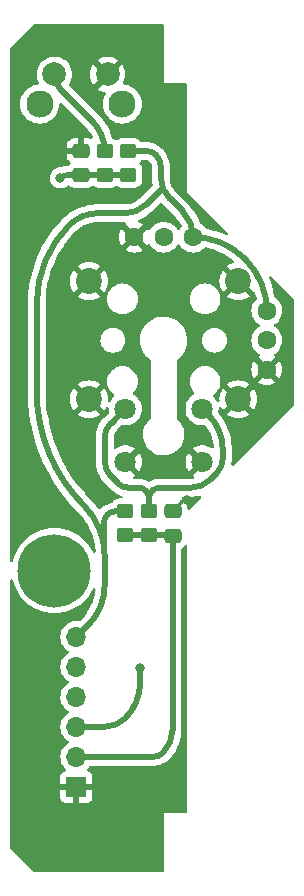
<source format=gbr>
%TF.GenerationSoftware,KiCad,Pcbnew,(7.0.0)*%
%TF.CreationDate,2023-04-10T20:49:18+02:00*%
%TF.ProjectId,STM32 Talnet console,53544d33-3220-4546-916c-6e657420636f,rev?*%
%TF.SameCoordinates,Original*%
%TF.FileFunction,Copper,L1,Top*%
%TF.FilePolarity,Positive*%
%FSLAX46Y46*%
G04 Gerber Fmt 4.6, Leading zero omitted, Abs format (unit mm)*
G04 Created by KiCad (PCBNEW (7.0.0)) date 2023-04-10 20:49:18*
%MOMM*%
%LPD*%
G01*
G04 APERTURE LIST*
G04 Aperture macros list*
%AMRoundRect*
0 Rectangle with rounded corners*
0 $1 Rounding radius*
0 $2 $3 $4 $5 $6 $7 $8 $9 X,Y pos of 4 corners*
0 Add a 4 corners polygon primitive as box body*
4,1,4,$2,$3,$4,$5,$6,$7,$8,$9,$2,$3,0*
0 Add four circle primitives for the rounded corners*
1,1,$1+$1,$2,$3*
1,1,$1+$1,$4,$5*
1,1,$1+$1,$6,$7*
1,1,$1+$1,$8,$9*
0 Add four rect primitives between the rounded corners*
20,1,$1+$1,$2,$3,$4,$5,0*
20,1,$1+$1,$4,$5,$6,$7,0*
20,1,$1+$1,$6,$7,$8,$9,0*
20,1,$1+$1,$8,$9,$2,$3,0*%
G04 Aperture macros list end*
%TA.AperFunction,ComponentPad*%
%ADD10C,2.300000*%
%TD*%
%TA.AperFunction,ComponentPad*%
%ADD11C,2.000000*%
%TD*%
%TA.AperFunction,SMDPad,CuDef*%
%ADD12RoundRect,0.250000X0.475000X-0.337500X0.475000X0.337500X-0.475000X0.337500X-0.475000X-0.337500X0*%
%TD*%
%TA.AperFunction,ComponentPad*%
%ADD13R,1.700000X1.700000*%
%TD*%
%TA.AperFunction,ComponentPad*%
%ADD14O,1.700000X1.700000*%
%TD*%
%TA.AperFunction,ComponentPad*%
%ADD15C,1.600000*%
%TD*%
%TA.AperFunction,ComponentPad*%
%ADD16C,2.200000*%
%TD*%
%TA.AperFunction,ComponentPad*%
%ADD17C,1.800000*%
%TD*%
%TA.AperFunction,ComponentPad*%
%ADD18C,6.200000*%
%TD*%
%TA.AperFunction,SMDPad,CuDef*%
%ADD19RoundRect,0.250000X0.450000X-0.350000X0.450000X0.350000X-0.450000X0.350000X-0.450000X-0.350000X0*%
%TD*%
%TA.AperFunction,ViaPad*%
%ADD20C,0.800000*%
%TD*%
%TA.AperFunction,Conductor*%
%ADD21C,0.500000*%
%TD*%
%TA.AperFunction,Conductor*%
%ADD22C,0.300000*%
%TD*%
G04 APERTURE END LIST*
D10*
%TO.P,SW8,*%
%TO.N,*%
X98192900Y-73207100D03*
X105192900Y-73207100D03*
D11*
%TO.P,SW8,1,1*%
%TO.N,Net-(R18-Pad2)*%
X99442900Y-70707100D03*
%TO.P,SW8,2,2*%
%TO.N,GND2*%
X103942900Y-70707100D03*
%TD*%
D12*
%TO.P,C19,1*%
%TO.N,Net-(J5-Pin_5)*%
X101692900Y-79244600D03*
%TO.P,C19,2*%
%TO.N,GND2*%
X101692900Y-77169600D03*
%TD*%
D13*
%TO.P,J5,1,Pin_1*%
%TO.N,GND2*%
X101292899Y-131032099D03*
D14*
%TO.P,J5,2,Pin_2*%
%TO.N,Net-(J5-Pin_2)*%
X101292899Y-128492099D03*
%TO.P,J5,3,Pin_3*%
%TO.N,/Vstupy/VRx*%
X101292899Y-125952099D03*
%TO.P,J5,4,Pin_4*%
%TO.N,/Vstupy/VRy*%
X101292899Y-123412099D03*
%TO.P,J5,5,Pin_5*%
%TO.N,Net-(J5-Pin_5)*%
X101292899Y-120872099D03*
%TO.P,J5,6,Pin_6*%
%TO.N,+3.3VP*%
X101292899Y-118332099D03*
%TD*%
D15*
%TO.P,P1,1,B*%
%TO.N,GND2*%
X106192900Y-84477100D03*
%TO.P,P1,2,D*%
%TO.N,/Vstupy/VRx*%
X108692900Y-84477100D03*
%TO.P,P1,3,A*%
%TO.N,+3.3VP*%
X111192900Y-84477100D03*
%TO.P,P1,4,A*%
X117422900Y-90707100D03*
%TO.P,P1,5,D*%
%TO.N,/Vstupy/VRy*%
X117422900Y-93207100D03*
%TO.P,P1,6,B*%
%TO.N,GND2*%
X117422900Y-95707100D03*
D16*
%TO.P,P1,SH*%
X102367900Y-88207100D03*
X102367900Y-98207100D03*
X115017900Y-88207100D03*
X115017900Y-98207100D03*
D17*
%TO.P,P1,a,a*%
%TO.N,Net-(P1-Pada)*%
X105442900Y-99007100D03*
%TO.P,P1,b,b*%
%TO.N,GND2*%
X105442900Y-103507100D03*
%TO.P,P1,c,c*%
%TO.N,Net-(P1-Pada)*%
X111942900Y-99007100D03*
%TO.P,P1,d,d*%
%TO.N,GND2*%
X111942900Y-103507100D03*
%TD*%
D18*
%TO.P,H6,*%
%TO.N,*%
X99442900Y-112707100D03*
%TD*%
D19*
%TO.P,R17,1*%
%TO.N,Net-(J5-Pin_2)*%
X107442900Y-109707100D03*
%TO.P,R17,2*%
%TO.N,Net-(P1-Pada)*%
X107442900Y-107707100D03*
%TD*%
%TO.P,R15,1*%
%TO.N,Net-(J5-Pin_2)*%
X105442900Y-109707098D03*
%TO.P,R15,2*%
%TO.N,+3.3VP*%
X105442900Y-107707098D03*
%TD*%
%TO.P,R18,1*%
%TO.N,Net-(J5-Pin_5)*%
X103692900Y-79207100D03*
%TO.P,R18,2*%
%TO.N,Net-(R18-Pad2)*%
X103692900Y-77207100D03*
%TD*%
%TO.P,R16,1*%
%TO.N,Net-(J5-Pin_5)*%
X105692900Y-79207100D03*
%TO.P,R16,2*%
%TO.N,+3.3VP*%
X105692900Y-77207100D03*
%TD*%
D12*
%TO.P,C18,2*%
%TO.N,GND2*%
X109442900Y-107669600D03*
%TO.P,C18,1*%
%TO.N,Net-(J5-Pin_2)*%
X109442900Y-109744600D03*
%TD*%
D20*
%TO.N,Net-(J5-Pin_5)*%
X99942900Y-79457100D03*
%TO.N,/Vstupy/VRx*%
X106692900Y-120957100D03*
%TO.N,GND2*%
X110692900Y-106707100D03*
%TD*%
D21*
%TO.N,Net-(J5-Pin_5)*%
X105692900Y-79207100D02*
X100546453Y-79207100D01*
%TO.N,Net-(J5-Pin_2)*%
X101292900Y-128492100D02*
X107775595Y-128492100D01*
%TO.N,+3.3VP*%
X102296364Y-117328636D02*
X101292900Y-118332100D01*
%TO.N,Net-(J5-Pin_5)*%
X105692900Y-79207100D02*
X101783433Y-79207100D01*
%TO.N,+3.3VP*%
X97942900Y-90096187D02*
X97942900Y-97550246D01*
%TO.N,/Vstupy/VRx*%
X101292900Y-125952100D02*
X103644311Y-125952100D01*
D22*
%TO.N,Net-(J5-Pin_5)*%
X101692900Y-79244600D02*
X100455920Y-79244600D01*
D21*
%TO.N,Net-(R18-Pad2)*%
X102632240Y-74646440D02*
X99973231Y-71987431D01*
%TO.N,Net-(J5-Pin_5)*%
X101783433Y-79207114D02*
G75*
G03*
X101692900Y-79244600I-33J-127986D01*
G01*
%TO.N,+3.3VP*%
X100692904Y-83457104D02*
G75*
G03*
X97942900Y-90096187I6639096J-6639096D01*
G01*
%TO.N,Net-(J5-Pin_5)*%
X100546453Y-79207123D02*
G75*
G03*
X99942901Y-79457101I-53J-853477D01*
G01*
%TO.N,+3.3VP*%
X103692910Y-111431973D02*
G75*
G03*
X101942899Y-107207101I-5974910J-27D01*
G01*
X97942905Y-97550246D02*
G75*
G03*
X101942900Y-107207100I13656855J-4D01*
G01*
X103107113Y-82457106D02*
G75*
G03*
X100692900Y-83457100I-13J-3414194D01*
G01*
D22*
%TO.N,Net-(J5-Pin_5)*%
X100455920Y-79244609D02*
G75*
G03*
X99942900Y-79457100I-20J-725491D01*
G01*
D21*
%TO.N,Net-(R18-Pad2)*%
X99442912Y-70707100D02*
G75*
G03*
X99973231Y-71987431I1810688J0D01*
G01*
%TO.N,Net-(P1-Pada)*%
X105692900Y-105689758D02*
X106547480Y-105689758D01*
X103692900Y-101457100D02*
X103692900Y-103457101D01*
X107442900Y-106560653D02*
X107442900Y-107707100D01*
X107442900Y-106664208D02*
X107442900Y-107707100D01*
X104223230Y-104737430D02*
X104809742Y-105323942D01*
X105442900Y-99007100D02*
X104187875Y-100262125D01*
D22*
X107766124Y-105883877D02*
X107692900Y-105957100D01*
D21*
X108192901Y-105707086D02*
G75*
G03*
X107766125Y-105883878I-1J-603514D01*
G01*
X107192906Y-105957094D02*
G75*
G03*
X106547480Y-105689758I-645406J-645406D01*
G01*
X107442919Y-106560653D02*
G75*
G03*
X107192900Y-105957100I-853619J-47D01*
G01*
X103692912Y-103457101D02*
G75*
G03*
X104223230Y-104737430I1810688J1D01*
G01*
X104809745Y-105323939D02*
G75*
G03*
X105692900Y-105689758I883155J883139D01*
G01*
X104187885Y-100262135D02*
G75*
G03*
X103692900Y-101457100I1194915J-1194965D01*
G01*
X107766110Y-105883863D02*
G75*
G03*
X107442900Y-106664208I780390J-780337D01*
G01*
D22*
X107692914Y-105957114D02*
G75*
G03*
X107442900Y-106560653I603586J-603586D01*
G01*
D21*
%TO.N,+3.3VP*%
X104546458Y-107707052D02*
G75*
G03*
X103942900Y-107957100I42J-853548D01*
G01*
X104546458Y-107707098D02*
X105442900Y-107707098D01*
D22*
%TO.N,GND2*%
X110202107Y-106910393D02*
X109442900Y-107669600D01*
D21*
%TO.N,+3.3VP*%
X108442900Y-79396440D02*
X108442900Y-78457100D01*
X103692900Y-111431973D02*
X103692900Y-113957100D01*
%TO.N,Net-(J5-Pin_2)*%
X105442900Y-109707098D02*
X109352363Y-109707098D01*
X109442900Y-125457100D02*
X109442900Y-109744600D01*
X107442900Y-109707100D02*
X109352367Y-109707100D01*
%TO.N,+3.3VP*%
X107339347Y-77207100D02*
X105692900Y-77207100D01*
X108089347Y-77603546D02*
X107942900Y-77457100D01*
X103612832Y-110457100D02*
X103612832Y-108753954D01*
X105442900Y-82457100D02*
X103107113Y-82457100D01*
%TO.N,/Vstupy/VRx*%
X106692900Y-120957100D02*
X106692900Y-122189334D01*
%TO.N,+3.3VP*%
X108605535Y-80294465D02*
X107150007Y-81749993D01*
%TO.N,Net-(J5-Pin_2)*%
X105442900Y-109707098D02*
X107442896Y-109707098D01*
X109442900Y-126167186D02*
X109442900Y-125457100D01*
%TO.N,+3.3VP*%
X110294874Y-82309075D02*
X109192900Y-81207100D01*
X107942886Y-77457114D02*
G75*
G03*
X107339347Y-77207100I-603586J-603586D01*
G01*
%TO.N,Net-(J5-Pin_2)*%
X108625757Y-128139957D02*
G75*
G03*
X109442900Y-126167186I-1972757J1972757D01*
G01*
%TO.N,+3.3VP*%
X102296370Y-117328642D02*
G75*
G03*
X103692900Y-113957100I-3371570J3371542D01*
G01*
X103942913Y-107957113D02*
G75*
G03*
X103612832Y-108753954I796887J-796887D01*
G01*
X108442902Y-78457100D02*
G75*
G03*
X108089347Y-77603546I-1207102J0D01*
G01*
%TO.N,Net-(J5-Pin_2)*%
X107775595Y-128492097D02*
G75*
G03*
X108625752Y-128139952I5J1202297D01*
G01*
X107442898Y-109707099D02*
G75*
G03*
X107442896Y-109707098I-1J1D01*
G01*
%TO.N,/Vstupy/VRx*%
X103644311Y-125952104D02*
G75*
G03*
X105442900Y-125207100I-11J2543604D01*
G01*
%TO.N,+3.3VP*%
X108442884Y-79396440D02*
G75*
G03*
X109192900Y-81207100I2560716J40D01*
G01*
X105442900Y-82457103D02*
G75*
G03*
X107150006Y-81749992I0J2414203D01*
G01*
%TO.N,Net-(J5-Pin_2)*%
X109442911Y-109744589D02*
G75*
G03*
X109352363Y-109707098I-90511J-90511D01*
G01*
X109442910Y-109744590D02*
G75*
G03*
X109352367Y-109707100I-90510J-90510D01*
G01*
%TO.N,/Vstupy/VRx*%
X105442890Y-125207090D02*
G75*
G03*
X106692900Y-122189334I-3017790J3017790D01*
G01*
%TO.N,Net-(R18-Pad2)*%
X103692905Y-77207100D02*
G75*
G03*
X102632239Y-74646441I-3621305J0D01*
G01*
%TO.N,Net-(P1-Pada)*%
X110942900Y-105707100D02*
X108192901Y-105707100D01*
D22*
%TO.N,GND2*%
X110692900Y-106707104D02*
G75*
G03*
X110202107Y-106910393I0J-694096D01*
G01*
D21*
%TO.N,Net-(P1-Pada)*%
X110942900Y-105707092D02*
G75*
G03*
X112632301Y-105007327I0J2389192D01*
G01*
X113692889Y-102457100D02*
G75*
G03*
X112490818Y-99555018I-4104189J0D01*
G01*
X113692900Y-102457100D02*
X113692900Y-103232288D01*
X111942900Y-99007100D02*
X112490818Y-99555018D01*
%TO.N,+3.3VP*%
X111192914Y-84477100D02*
G75*
G03*
X110294874Y-82309075I-3066014J0D01*
G01*
%TO.N,Net-(P1-Pada)*%
X113187718Y-104451918D02*
G75*
G03*
X113692900Y-103232288I-1219618J1219618D01*
G01*
X113187714Y-104451914D02*
X112632301Y-105007327D01*
%TO.N,+3.3VP*%
X117422905Y-90707100D02*
G75*
G03*
X115640991Y-86405191I-6083805J0D01*
G01*
X115494809Y-86259009D02*
X115640991Y-86405191D01*
X115494805Y-86259013D02*
G75*
G03*
X111192900Y-84477100I-4301905J-4301887D01*
G01*
%TD*%
%TA.AperFunction,Conductor*%
%TO.N,GND2*%
G36*
X110641285Y-110568012D02*
G01*
X110678885Y-110612035D01*
X110692400Y-110668330D01*
X110692400Y-133082600D01*
X110675787Y-133144600D01*
X110630400Y-133189987D01*
X110568400Y-133206600D01*
X108692999Y-133206600D01*
X108692900Y-133206559D01*
X108692801Y-133206600D01*
X108692517Y-133206717D01*
X108692359Y-133207100D01*
X108692400Y-133207199D01*
X108692400Y-133219125D01*
X108692400Y-138082600D01*
X108675787Y-138144600D01*
X108630400Y-138189987D01*
X108568400Y-138206600D01*
X97744469Y-138206600D01*
X97697016Y-138197161D01*
X97656788Y-138170281D01*
X95729719Y-136243211D01*
X95702839Y-136202983D01*
X95693400Y-136155530D01*
X95693400Y-131926618D01*
X99942900Y-131926618D01*
X99943253Y-131933214D01*
X99948473Y-131981767D01*
X99952011Y-131996741D01*
X99996447Y-132115877D01*
X100004862Y-132131289D01*
X100080398Y-132232192D01*
X100092807Y-132244601D01*
X100193710Y-132320137D01*
X100209122Y-132328552D01*
X100328258Y-132372988D01*
X100343232Y-132376526D01*
X100391785Y-132381746D01*
X100398382Y-132382100D01*
X101026574Y-132382100D01*
X101039449Y-132378649D01*
X101042900Y-132365774D01*
X101542900Y-132365774D01*
X101546350Y-132378649D01*
X101559226Y-132382100D01*
X102187418Y-132382100D01*
X102194014Y-132381746D01*
X102242567Y-132376526D01*
X102257541Y-132372988D01*
X102376677Y-132328552D01*
X102392089Y-132320137D01*
X102492992Y-132244601D01*
X102505401Y-132232192D01*
X102580937Y-132131289D01*
X102589352Y-132115877D01*
X102633788Y-131996741D01*
X102637326Y-131981767D01*
X102642546Y-131933214D01*
X102642900Y-131926618D01*
X102642900Y-131298426D01*
X102639449Y-131285550D01*
X102626574Y-131282100D01*
X101559226Y-131282100D01*
X101546350Y-131285550D01*
X101542900Y-131298426D01*
X101542900Y-132365774D01*
X101042900Y-132365774D01*
X101042900Y-131298426D01*
X101039449Y-131285550D01*
X101026574Y-131282100D01*
X99959226Y-131282100D01*
X99946350Y-131285550D01*
X99942900Y-131298426D01*
X99942900Y-131926618D01*
X95693400Y-131926618D01*
X95693400Y-113566911D01*
X95707411Y-113509654D01*
X95746277Y-113465336D01*
X95801215Y-113443972D01*
X95859811Y-113450389D01*
X95908822Y-113483138D01*
X95937175Y-113534818D01*
X96013922Y-113821243D01*
X96015079Y-113824258D01*
X96015082Y-113824266D01*
X96148002Y-114170533D01*
X96149166Y-114173565D01*
X96150635Y-114176448D01*
X96150639Y-114176457D01*
X96319022Y-114506927D01*
X96320497Y-114509821D01*
X96526037Y-114826325D01*
X96763535Y-115119611D01*
X97030389Y-115386465D01*
X97323675Y-115623963D01*
X97640179Y-115829503D01*
X97721419Y-115870897D01*
X97907853Y-115965890D01*
X97976435Y-116000834D01*
X98328757Y-116136078D01*
X98693287Y-116233753D01*
X99066029Y-116292790D01*
X99442900Y-116312541D01*
X99819771Y-116292790D01*
X100192513Y-116233753D01*
X100557043Y-116136078D01*
X100909365Y-116000834D01*
X101245621Y-115829503D01*
X101562125Y-115623963D01*
X101855411Y-115386465D01*
X102122265Y-115119611D01*
X102359763Y-114826325D01*
X102565303Y-114509821D01*
X102689592Y-114265889D01*
X102736397Y-114215786D01*
X102802673Y-114198213D01*
X102868155Y-114218546D01*
X102912821Y-114270567D01*
X102923015Y-114338371D01*
X102882071Y-114649373D01*
X102880193Y-114660026D01*
X102806676Y-114991642D01*
X102803876Y-115002091D01*
X102701740Y-115326028D01*
X102698040Y-115336194D01*
X102568056Y-115650004D01*
X102563484Y-115659808D01*
X102406651Y-115961082D01*
X102401243Y-115970450D01*
X102218739Y-116256927D01*
X102212534Y-116265788D01*
X102005763Y-116535259D01*
X101998809Y-116543546D01*
X101767633Y-116795831D01*
X101763892Y-116799739D01*
X101604401Y-116959230D01*
X101559131Y-116988071D01*
X101505913Y-116995077D01*
X101298296Y-116976913D01*
X101298295Y-116976913D01*
X101292900Y-116976441D01*
X101287505Y-116976913D01*
X101062882Y-116996565D01*
X101062877Y-116996565D01*
X101057492Y-116997037D01*
X101052271Y-116998435D01*
X101052265Y-116998437D01*
X100834469Y-117056794D01*
X100834457Y-117056798D01*
X100829237Y-117058197D01*
X100824332Y-117060483D01*
X100824327Y-117060486D01*
X100619981Y-117155775D01*
X100619977Y-117155777D01*
X100615071Y-117158065D01*
X100610638Y-117161168D01*
X100610631Y-117161173D01*
X100425934Y-117290499D01*
X100425929Y-117290502D01*
X100421499Y-117293605D01*
X100417675Y-117297428D01*
X100417669Y-117297434D01*
X100258234Y-117456869D01*
X100258228Y-117456875D01*
X100254405Y-117460699D01*
X100251302Y-117465129D01*
X100251299Y-117465134D01*
X100121973Y-117649831D01*
X100121968Y-117649838D01*
X100118865Y-117654271D01*
X100116577Y-117659177D01*
X100116575Y-117659181D01*
X100021286Y-117863527D01*
X100021283Y-117863532D01*
X100018997Y-117868437D01*
X100017598Y-117873657D01*
X100017594Y-117873669D01*
X99959237Y-118091465D01*
X99959235Y-118091471D01*
X99957837Y-118096692D01*
X99957365Y-118102077D01*
X99957365Y-118102082D01*
X99937713Y-118326705D01*
X99937241Y-118332100D01*
X99957837Y-118567508D01*
X99959236Y-118572730D01*
X99959237Y-118572734D01*
X100017594Y-118790530D01*
X100017597Y-118790538D01*
X100018997Y-118795763D01*
X100021285Y-118800670D01*
X100021286Y-118800672D01*
X100116578Y-119005027D01*
X100116581Y-119005033D01*
X100118865Y-119009930D01*
X100121964Y-119014357D01*
X100121966Y-119014359D01*
X100251299Y-119199066D01*
X100251302Y-119199070D01*
X100254405Y-119203501D01*
X100421499Y-119370595D01*
X100425932Y-119373699D01*
X100425938Y-119373704D01*
X100607058Y-119500525D01*
X100645924Y-119544843D01*
X100659935Y-119602100D01*
X100645924Y-119659357D01*
X100607059Y-119703675D01*
X100425941Y-119830495D01*
X100421499Y-119833605D01*
X100417675Y-119837428D01*
X100417669Y-119837434D01*
X100258234Y-119996869D01*
X100258228Y-119996875D01*
X100254405Y-120000699D01*
X100251302Y-120005129D01*
X100251299Y-120005134D01*
X100121973Y-120189831D01*
X100121968Y-120189838D01*
X100118865Y-120194271D01*
X100116577Y-120199177D01*
X100116575Y-120199181D01*
X100021286Y-120403527D01*
X100021283Y-120403532D01*
X100018997Y-120408437D01*
X100017598Y-120413657D01*
X100017594Y-120413669D01*
X99959237Y-120631465D01*
X99959235Y-120631471D01*
X99957837Y-120636692D01*
X99957365Y-120642077D01*
X99957365Y-120642082D01*
X99946275Y-120768844D01*
X99937241Y-120872100D01*
X99937713Y-120877495D01*
X99944112Y-120950640D01*
X99957837Y-121107508D01*
X99959236Y-121112730D01*
X99959237Y-121112734D01*
X100017594Y-121330530D01*
X100017597Y-121330538D01*
X100018997Y-121335763D01*
X100021285Y-121340670D01*
X100021286Y-121340672D01*
X100116578Y-121545027D01*
X100116581Y-121545033D01*
X100118865Y-121549930D01*
X100121964Y-121554357D01*
X100121966Y-121554359D01*
X100251299Y-121739066D01*
X100251302Y-121739070D01*
X100254405Y-121743501D01*
X100421499Y-121910595D01*
X100425932Y-121913699D01*
X100425938Y-121913704D01*
X100607058Y-122040525D01*
X100645924Y-122084843D01*
X100659935Y-122142100D01*
X100645924Y-122199357D01*
X100607060Y-122243674D01*
X100421499Y-122373605D01*
X100417675Y-122377428D01*
X100417669Y-122377434D01*
X100258234Y-122536869D01*
X100258228Y-122536875D01*
X100254405Y-122540699D01*
X100251302Y-122545129D01*
X100251299Y-122545134D01*
X100121973Y-122729831D01*
X100121968Y-122729838D01*
X100118865Y-122734271D01*
X100116577Y-122739177D01*
X100116575Y-122739181D01*
X100021286Y-122943527D01*
X100021283Y-122943532D01*
X100018997Y-122948437D01*
X100017598Y-122953657D01*
X100017594Y-122953669D01*
X99959237Y-123171465D01*
X99959235Y-123171471D01*
X99957837Y-123176692D01*
X99957365Y-123182077D01*
X99957365Y-123182082D01*
X99954391Y-123216075D01*
X99937241Y-123412100D01*
X99937713Y-123417495D01*
X99949730Y-123554853D01*
X99957837Y-123647508D01*
X99959236Y-123652730D01*
X99959237Y-123652734D01*
X100017594Y-123870530D01*
X100017597Y-123870538D01*
X100018997Y-123875763D01*
X100021285Y-123880670D01*
X100021286Y-123880672D01*
X100116578Y-124085027D01*
X100116581Y-124085033D01*
X100118865Y-124089930D01*
X100121964Y-124094357D01*
X100121966Y-124094359D01*
X100251299Y-124279066D01*
X100251302Y-124279070D01*
X100254405Y-124283501D01*
X100421499Y-124450595D01*
X100425932Y-124453699D01*
X100425938Y-124453704D01*
X100607058Y-124580525D01*
X100645924Y-124624843D01*
X100659935Y-124682100D01*
X100645924Y-124739357D01*
X100607059Y-124783675D01*
X100425941Y-124910495D01*
X100421499Y-124913605D01*
X100417675Y-124917428D01*
X100417669Y-124917434D01*
X100258234Y-125076869D01*
X100258228Y-125076875D01*
X100254405Y-125080699D01*
X100251302Y-125085129D01*
X100251299Y-125085134D01*
X100121973Y-125269831D01*
X100121968Y-125269838D01*
X100118865Y-125274271D01*
X100116577Y-125279177D01*
X100116575Y-125279181D01*
X100021286Y-125483527D01*
X100021283Y-125483532D01*
X100018997Y-125488437D01*
X100017598Y-125493657D01*
X100017594Y-125493669D01*
X99959237Y-125711465D01*
X99959235Y-125711471D01*
X99957837Y-125716692D01*
X99957365Y-125722077D01*
X99957365Y-125722082D01*
X99951111Y-125793566D01*
X99937241Y-125952100D01*
X99937713Y-125957495D01*
X99956058Y-126167182D01*
X99957837Y-126187508D01*
X99959236Y-126192730D01*
X99959237Y-126192734D01*
X100017594Y-126410530D01*
X100017597Y-126410538D01*
X100018997Y-126415763D01*
X100021285Y-126420670D01*
X100021286Y-126420672D01*
X100116578Y-126625027D01*
X100116581Y-126625033D01*
X100118865Y-126629930D01*
X100121964Y-126634357D01*
X100121966Y-126634359D01*
X100251299Y-126819066D01*
X100251302Y-126819070D01*
X100254405Y-126823501D01*
X100421499Y-126990595D01*
X100425932Y-126993699D01*
X100425938Y-126993704D01*
X100607058Y-127120525D01*
X100645924Y-127164843D01*
X100659935Y-127222100D01*
X100645924Y-127279357D01*
X100607059Y-127323675D01*
X100425941Y-127450495D01*
X100421499Y-127453605D01*
X100417675Y-127457428D01*
X100417669Y-127457434D01*
X100258234Y-127616869D01*
X100258228Y-127616875D01*
X100254405Y-127620699D01*
X100251302Y-127625129D01*
X100251299Y-127625134D01*
X100121973Y-127809831D01*
X100121968Y-127809838D01*
X100118865Y-127814271D01*
X100116577Y-127819177D01*
X100116575Y-127819181D01*
X100021286Y-128023527D01*
X100021283Y-128023532D01*
X100018997Y-128028437D01*
X100017598Y-128033657D01*
X100017594Y-128033669D01*
X99959237Y-128251465D01*
X99959235Y-128251471D01*
X99957837Y-128256692D01*
X99957365Y-128262077D01*
X99957365Y-128262082D01*
X99955701Y-128281102D01*
X99937241Y-128492100D01*
X99937713Y-128497495D01*
X99952862Y-128670652D01*
X99957837Y-128727508D01*
X99959236Y-128732730D01*
X99959237Y-128732734D01*
X100017594Y-128950530D01*
X100017597Y-128950538D01*
X100018997Y-128955763D01*
X100021285Y-128960670D01*
X100021286Y-128960672D01*
X100116578Y-129165027D01*
X100116581Y-129165033D01*
X100118865Y-129169930D01*
X100121964Y-129174357D01*
X100121966Y-129174359D01*
X100251299Y-129359066D01*
X100251302Y-129359070D01*
X100254405Y-129363501D01*
X100258235Y-129367331D01*
X100258236Y-129367332D01*
X100376718Y-129485814D01*
X100408014Y-129538560D01*
X100410203Y-129599853D01*
X100382750Y-129654697D01*
X100332371Y-129689676D01*
X100209126Y-129735644D01*
X100193710Y-129744062D01*
X100092807Y-129819598D01*
X100080398Y-129832007D01*
X100004862Y-129932910D01*
X99996447Y-129948322D01*
X99952011Y-130067458D01*
X99948473Y-130082432D01*
X99943253Y-130130985D01*
X99942900Y-130137582D01*
X99942900Y-130765774D01*
X99946350Y-130778649D01*
X99959226Y-130782100D01*
X102626574Y-130782100D01*
X102639449Y-130778649D01*
X102642900Y-130765774D01*
X102642900Y-130137582D01*
X102642546Y-130130985D01*
X102637326Y-130082432D01*
X102633788Y-130067458D01*
X102589352Y-129948322D01*
X102580937Y-129932910D01*
X102505401Y-129832007D01*
X102492992Y-129819598D01*
X102392089Y-129744062D01*
X102376679Y-129735648D01*
X102253428Y-129689677D01*
X102203049Y-129654697D01*
X102175596Y-129599853D01*
X102177785Y-129538560D01*
X102209078Y-129485817D01*
X102331395Y-129363501D01*
X102379026Y-129295476D01*
X102423345Y-129256611D01*
X102480602Y-129242600D01*
X107819252Y-129242600D01*
X107819304Y-129242600D01*
X107819321Y-129242598D01*
X107819356Y-129242597D01*
X107899533Y-129242597D01*
X107903586Y-129242597D01*
X108157383Y-129209185D01*
X108404648Y-129142931D01*
X108641150Y-129044970D01*
X108862842Y-128916976D01*
X109065931Y-128761141D01*
X109100654Y-128726417D01*
X109100660Y-128726414D01*
X109156425Y-128670648D01*
X109156438Y-128670638D01*
X109156441Y-128670641D01*
X109279428Y-128547654D01*
X109500108Y-128278755D01*
X109693368Y-127989520D01*
X109857347Y-127682735D01*
X109990466Y-127361354D01*
X110091444Y-127028473D01*
X110159306Y-126687297D01*
X110193401Y-126341112D01*
X110193400Y-126167182D01*
X110193400Y-126088302D01*
X110193400Y-125413391D01*
X110193400Y-110863158D01*
X110209123Y-110802726D01*
X110252302Y-110757620D01*
X110386556Y-110674812D01*
X110480719Y-110580648D01*
X110530082Y-110550399D01*
X110587798Y-110545857D01*
X110641285Y-110568012D01*
G37*
%TD.AperFunction*%
%TA.AperFunction,Conductor*%
G36*
X108630400Y-66474213D02*
G01*
X108675787Y-66519600D01*
X108692400Y-66581600D01*
X108692400Y-71457001D01*
X108692359Y-71457100D01*
X108692400Y-71457199D01*
X108692517Y-71457483D01*
X108692900Y-71457641D01*
X108692999Y-71457600D01*
X110568400Y-71457600D01*
X110630400Y-71474213D01*
X110675787Y-71519600D01*
X110692400Y-71581600D01*
X110692400Y-80706999D01*
X110692358Y-80707100D01*
X110692476Y-80707384D01*
X110692517Y-80707483D01*
X110692615Y-80707523D01*
X110701201Y-80716109D01*
X110701202Y-80716110D01*
X114093228Y-84108136D01*
X114126324Y-84167731D01*
X114122919Y-84235815D01*
X114084041Y-84291810D01*
X114021440Y-84318794D01*
X113954036Y-84308611D01*
X113811958Y-84243726D01*
X113811948Y-84243722D01*
X113809947Y-84242808D01*
X113807892Y-84242041D01*
X113807886Y-84242039D01*
X113354606Y-84072973D01*
X113354594Y-84072969D01*
X113352551Y-84072207D01*
X113078177Y-83991643D01*
X112886282Y-83935297D01*
X112886273Y-83935294D01*
X112884149Y-83934671D01*
X112881990Y-83934201D01*
X112881973Y-83934197D01*
X112409282Y-83831370D01*
X112409272Y-83831368D01*
X112407129Y-83830902D01*
X112404973Y-83830592D01*
X112404951Y-83830588D01*
X112372327Y-83825898D01*
X112325016Y-83808784D01*
X112288401Y-83774284D01*
X112196053Y-83642397D01*
X112196052Y-83642395D01*
X112196050Y-83642392D01*
X112192947Y-83637961D01*
X112032039Y-83477053D01*
X111919703Y-83398395D01*
X111850065Y-83349634D01*
X111850060Y-83349631D01*
X111845634Y-83346532D01*
X111840741Y-83344250D01*
X111840725Y-83344241D01*
X111809346Y-83329609D01*
X111770329Y-83301001D01*
X111745231Y-83259641D01*
X111656250Y-83015171D01*
X111515402Y-82713127D01*
X111348764Y-82424508D01*
X111157606Y-82151510D01*
X110943381Y-81896213D01*
X110825551Y-81778385D01*
X110822640Y-81775474D01*
X109779362Y-80732196D01*
X109779361Y-80732193D01*
X109726457Y-80679289D01*
X109720910Y-80673367D01*
X109572820Y-80504503D01*
X109562946Y-80491635D01*
X109456466Y-80332278D01*
X109440426Y-80308272D01*
X109432318Y-80294229D01*
X109334773Y-80096432D01*
X109328570Y-80081454D01*
X109314978Y-80041414D01*
X109312622Y-80033646D01*
X109309627Y-80022469D01*
X109309626Y-80022468D01*
X109307757Y-80015490D01*
X109304328Y-80009131D01*
X109303365Y-80006706D01*
X109301185Y-80000784D01*
X109261059Y-79882580D01*
X109257679Y-79872622D01*
X109253485Y-79856970D01*
X109210458Y-79640670D01*
X109208342Y-79624593D01*
X109206989Y-79603960D01*
X109193666Y-79400729D01*
X109193400Y-79392617D01*
X109193400Y-78457107D01*
X109193401Y-78457100D01*
X109193402Y-78457100D01*
X109193402Y-78328791D01*
X109159906Y-78074369D01*
X109093488Y-77826496D01*
X108995285Y-77589413D01*
X108866975Y-77367176D01*
X108710756Y-77163589D01*
X108682058Y-77134891D01*
X108682057Y-77134889D01*
X108529362Y-76982194D01*
X108529361Y-76982193D01*
X108473583Y-76926416D01*
X108442675Y-76895508D01*
X108442590Y-76895440D01*
X108442430Y-76895290D01*
X108402104Y-76854963D01*
X108402103Y-76854962D01*
X108399232Y-76852091D01*
X108396016Y-76849623D01*
X108396009Y-76849617D01*
X108235643Y-76726562D01*
X108235639Y-76726559D01*
X108232421Y-76724090D01*
X108050331Y-76618956D01*
X108046588Y-76617405D01*
X108046585Y-76617404D01*
X107953203Y-76578721D01*
X107856076Y-76538487D01*
X107852157Y-76537436D01*
X107852152Y-76537435D01*
X107656909Y-76485111D01*
X107656899Y-76485109D01*
X107652981Y-76484059D01*
X107648951Y-76483528D01*
X107648950Y-76483528D01*
X107448549Y-76457135D01*
X107448537Y-76457134D01*
X107444519Y-76456605D01*
X107440468Y-76456604D01*
X107440457Y-76456604D01*
X107427095Y-76456604D01*
X107427081Y-76456603D01*
X107427068Y-76456600D01*
X107427027Y-76456600D01*
X107339388Y-76456600D01*
X107260551Y-76456596D01*
X107260508Y-76456596D01*
X107260493Y-76456599D01*
X107260476Y-76456600D01*
X106846858Y-76456600D01*
X106786425Y-76440877D01*
X106743946Y-76400210D01*
X106743885Y-76400259D01*
X106743535Y-76399816D01*
X106741318Y-76397694D01*
X106739407Y-76394597D01*
X106735612Y-76388444D01*
X106611556Y-76264388D01*
X106605415Y-76260600D01*
X106605411Y-76260597D01*
X106468380Y-76176077D01*
X106462234Y-76172286D01*
X106452091Y-76168925D01*
X106302125Y-76119231D01*
X106302124Y-76119230D01*
X106295697Y-76117101D01*
X106288964Y-76116413D01*
X106288959Y-76116412D01*
X106196040Y-76106919D01*
X106196023Y-76106918D01*
X106192909Y-76106600D01*
X106189760Y-76106600D01*
X105196040Y-76106600D01*
X105196020Y-76106600D01*
X105192892Y-76106601D01*
X105189760Y-76106920D01*
X105189758Y-76106921D01*
X105096838Y-76116412D01*
X105096828Y-76116413D01*
X105090103Y-76117101D01*
X105083681Y-76119228D01*
X105083676Y-76119230D01*
X104930421Y-76170014D01*
X104930417Y-76170015D01*
X104923566Y-76172286D01*
X104917422Y-76176075D01*
X104917419Y-76176077D01*
X104780391Y-76260596D01*
X104780390Y-76260597D01*
X104774244Y-76264388D01*
X104769537Y-76269094D01*
X104720320Y-76292626D01*
X104665471Y-76292624D01*
X104616260Y-76269092D01*
X104611556Y-76264388D01*
X104565515Y-76235990D01*
X104468380Y-76176077D01*
X104462234Y-76172286D01*
X104455378Y-76170014D01*
X104369987Y-76141718D01*
X104318797Y-76109105D01*
X104289217Y-76056105D01*
X104288613Y-76053852D01*
X104245035Y-75891214D01*
X104114466Y-75532481D01*
X103953128Y-75186493D01*
X103762249Y-74855883D01*
X103543282Y-74543167D01*
X103297893Y-74250726D01*
X103224952Y-74177786D01*
X103224952Y-74177785D01*
X103162921Y-74115754D01*
X103162922Y-74115754D01*
X103107144Y-74059977D01*
X100977516Y-71930348D01*
X103078649Y-71930348D01*
X103086755Y-71941539D01*
X103115617Y-71964003D01*
X103124179Y-71969596D01*
X103333785Y-72083029D01*
X103343139Y-72087132D01*
X103568556Y-72164517D01*
X103578469Y-72167028D01*
X103683763Y-72184598D01*
X103738806Y-72208505D01*
X103776177Y-72255458D01*
X103787124Y-72314461D01*
X103769082Y-72371696D01*
X103720290Y-72451319D01*
X103720287Y-72451325D01*
X103717746Y-72455472D01*
X103715886Y-72459960D01*
X103715883Y-72459968D01*
X103620191Y-72690989D01*
X103618327Y-72695490D01*
X103617192Y-72700214D01*
X103617189Y-72700226D01*
X103558815Y-72943372D01*
X103558813Y-72943378D01*
X103557679Y-72948106D01*
X103557297Y-72952954D01*
X103557297Y-72952957D01*
X103545232Y-73106261D01*
X103537296Y-73207100D01*
X103557679Y-73466094D01*
X103558814Y-73470823D01*
X103558815Y-73470827D01*
X103617189Y-73713973D01*
X103617191Y-73713981D01*
X103618327Y-73718710D01*
X103717746Y-73958728D01*
X103720282Y-73962867D01*
X103720286Y-73962874D01*
X103850942Y-74176086D01*
X103853488Y-74180240D01*
X104022211Y-74377789D01*
X104219760Y-74546512D01*
X104441272Y-74682254D01*
X104681290Y-74781673D01*
X104933906Y-74842321D01*
X105192900Y-74862704D01*
X105451894Y-74842321D01*
X105704510Y-74781673D01*
X105944528Y-74682254D01*
X106166040Y-74546512D01*
X106363589Y-74377789D01*
X106532312Y-74180240D01*
X106668054Y-73958728D01*
X106767473Y-73718710D01*
X106828121Y-73466094D01*
X106848504Y-73207100D01*
X106828121Y-72948106D01*
X106767473Y-72695490D01*
X106668054Y-72455472D01*
X106532312Y-72233960D01*
X106363589Y-72036411D01*
X106166040Y-71867688D01*
X106161889Y-71865144D01*
X106161886Y-71865142D01*
X105948674Y-71734486D01*
X105948667Y-71734482D01*
X105944528Y-71731946D01*
X105940033Y-71730084D01*
X105940031Y-71730083D01*
X105709010Y-71634391D01*
X105704510Y-71632527D01*
X105699781Y-71631391D01*
X105699773Y-71631389D01*
X105456627Y-71573015D01*
X105456623Y-71573014D01*
X105451894Y-71571879D01*
X105447043Y-71571497D01*
X105447042Y-71571497D01*
X105383782Y-71566518D01*
X105328176Y-71548291D01*
X105287120Y-71506593D01*
X105269758Y-71450711D01*
X105279956Y-71393090D01*
X105364427Y-71200514D01*
X105367746Y-71190847D01*
X105426253Y-70959812D01*
X105427937Y-70949718D01*
X105447617Y-70712217D01*
X105447617Y-70701983D01*
X105427937Y-70464481D01*
X105426253Y-70454387D01*
X105367746Y-70223352D01*
X105364427Y-70213685D01*
X105268692Y-69995430D01*
X105263824Y-69986435D01*
X105173902Y-69848799D01*
X105165934Y-69841074D01*
X105156553Y-69846998D01*
X103942900Y-71060653D01*
X103085308Y-71918243D01*
X103078649Y-71930348D01*
X100977516Y-71930348D01*
X100721230Y-71674062D01*
X100691630Y-71626643D01*
X100685863Y-71571042D01*
X100705103Y-71518559D01*
X100764266Y-71428004D01*
X100764267Y-71428000D01*
X100767073Y-71423707D01*
X100866963Y-71195981D01*
X100928008Y-70954921D01*
X100948119Y-70712217D01*
X102438183Y-70712217D01*
X102457862Y-70949718D01*
X102459546Y-70959812D01*
X102518053Y-71190847D01*
X102521372Y-71200514D01*
X102617108Y-71418773D01*
X102621970Y-71427756D01*
X102711899Y-71565404D01*
X102719863Y-71573124D01*
X102729245Y-71567200D01*
X103577804Y-70718642D01*
X103584468Y-70707100D01*
X103577804Y-70695557D01*
X102729245Y-69846998D01*
X102719864Y-69841074D01*
X102711897Y-69848799D01*
X102621972Y-69986438D01*
X102617107Y-69995428D01*
X102521372Y-70213685D01*
X102518053Y-70223352D01*
X102459546Y-70454387D01*
X102457862Y-70464481D01*
X102438183Y-70701983D01*
X102438183Y-70712217D01*
X100948119Y-70712217D01*
X100948543Y-70707100D01*
X100928008Y-70459279D01*
X100866963Y-70218219D01*
X100767073Y-69990493D01*
X100631064Y-69782315D01*
X100462644Y-69599362D01*
X100314233Y-69483849D01*
X103078648Y-69483849D01*
X103085308Y-69495955D01*
X103931357Y-70342004D01*
X103942900Y-70348668D01*
X103954442Y-70342004D01*
X104800490Y-69495955D01*
X104807150Y-69483849D01*
X104799043Y-69472659D01*
X104770186Y-69450199D01*
X104761619Y-69444603D01*
X104552014Y-69331170D01*
X104542660Y-69327067D01*
X104317243Y-69249682D01*
X104307331Y-69247171D01*
X104072256Y-69207944D01*
X104062061Y-69207100D01*
X103823739Y-69207100D01*
X103813543Y-69207944D01*
X103578468Y-69247171D01*
X103568556Y-69249682D01*
X103343139Y-69327067D01*
X103333785Y-69331170D01*
X103124176Y-69444604D01*
X103115617Y-69450196D01*
X103086754Y-69472660D01*
X103078648Y-69483849D01*
X100314233Y-69483849D01*
X100270459Y-69449778D01*
X100270457Y-69449776D01*
X100266409Y-69446626D01*
X100261897Y-69444184D01*
X100052216Y-69330710D01*
X100052210Y-69330707D01*
X100047710Y-69328272D01*
X100042869Y-69326610D01*
X100042862Y-69326607D01*
X99817365Y-69249194D01*
X99817361Y-69249193D01*
X99812514Y-69247529D01*
X99803668Y-69246052D01*
X99572298Y-69207444D01*
X99572287Y-69207443D01*
X99567235Y-69206600D01*
X99318565Y-69206600D01*
X99313513Y-69207443D01*
X99313501Y-69207444D01*
X99078343Y-69246685D01*
X99078341Y-69246685D01*
X99073286Y-69247529D01*
X99068441Y-69249192D01*
X99068434Y-69249194D01*
X98842937Y-69326607D01*
X98842926Y-69326611D01*
X98838090Y-69328272D01*
X98833593Y-69330705D01*
X98833583Y-69330710D01*
X98623902Y-69444184D01*
X98623895Y-69444188D01*
X98619391Y-69446626D01*
X98615348Y-69449772D01*
X98615340Y-69449778D01*
X98427204Y-69596211D01*
X98423156Y-69599362D01*
X98419693Y-69603123D01*
X98419684Y-69603132D01*
X98258211Y-69778539D01*
X98258205Y-69778546D01*
X98254736Y-69782315D01*
X98251931Y-69786606D01*
X98251928Y-69786612D01*
X98121531Y-69986199D01*
X98121524Y-69986211D01*
X98118727Y-69990493D01*
X98116672Y-69995177D01*
X98116666Y-69995189D01*
X98020897Y-70213522D01*
X98018837Y-70218219D01*
X98017579Y-70223184D01*
X98017578Y-70223189D01*
X97959051Y-70454304D01*
X97959049Y-70454313D01*
X97957792Y-70459279D01*
X97957368Y-70464388D01*
X97957367Y-70464398D01*
X97938213Y-70695557D01*
X97937257Y-70707100D01*
X97937681Y-70712217D01*
X97957367Y-70949801D01*
X97957368Y-70949809D01*
X97957792Y-70954921D01*
X97959049Y-70959888D01*
X97959051Y-70959895D01*
X97984567Y-71060653D01*
X98018837Y-71195981D01*
X98020897Y-71200677D01*
X98105315Y-71393132D01*
X98115513Y-71450754D01*
X98098150Y-71506636D01*
X98057094Y-71548333D01*
X98001488Y-71566560D01*
X97938758Y-71571497D01*
X97938756Y-71571497D01*
X97933906Y-71571879D01*
X97929178Y-71573013D01*
X97929172Y-71573015D01*
X97686026Y-71631389D01*
X97686014Y-71631392D01*
X97681290Y-71632527D01*
X97676793Y-71634389D01*
X97676789Y-71634391D01*
X97445768Y-71730083D01*
X97445760Y-71730086D01*
X97441272Y-71731946D01*
X97437137Y-71734479D01*
X97437125Y-71734486D01*
X97223913Y-71865142D01*
X97223903Y-71865148D01*
X97219760Y-71867688D01*
X97216059Y-71870848D01*
X97216052Y-71870854D01*
X97025911Y-72033250D01*
X97025904Y-72033256D01*
X97022211Y-72036411D01*
X97019056Y-72040104D01*
X97019050Y-72040111D01*
X96856654Y-72230252D01*
X96856648Y-72230259D01*
X96853488Y-72233960D01*
X96850948Y-72238103D01*
X96850942Y-72238113D01*
X96720286Y-72451325D01*
X96720279Y-72451337D01*
X96717746Y-72455472D01*
X96715886Y-72459960D01*
X96715883Y-72459968D01*
X96620191Y-72690989D01*
X96618327Y-72695490D01*
X96617192Y-72700214D01*
X96617189Y-72700226D01*
X96558815Y-72943372D01*
X96558813Y-72943378D01*
X96557679Y-72948106D01*
X96557297Y-72952954D01*
X96557297Y-72952957D01*
X96545232Y-73106261D01*
X96537296Y-73207100D01*
X96557679Y-73466094D01*
X96558814Y-73470823D01*
X96558815Y-73470827D01*
X96617189Y-73713973D01*
X96617191Y-73713981D01*
X96618327Y-73718710D01*
X96717746Y-73958728D01*
X96720282Y-73962867D01*
X96720286Y-73962874D01*
X96850942Y-74176086D01*
X96853488Y-74180240D01*
X97022211Y-74377789D01*
X97219760Y-74546512D01*
X97441272Y-74682254D01*
X97681290Y-74781673D01*
X97933906Y-74842321D01*
X98192900Y-74862704D01*
X98451894Y-74842321D01*
X98704510Y-74781673D01*
X98944528Y-74682254D01*
X99166040Y-74546512D01*
X99363589Y-74377789D01*
X99532312Y-74180240D01*
X99668054Y-73958728D01*
X99767473Y-73718710D01*
X99828121Y-73466094D01*
X99848050Y-73212865D01*
X99872799Y-73147756D01*
X99928748Y-73106261D01*
X99998241Y-73101478D01*
X100059348Y-73134916D01*
X102045779Y-75121346D01*
X102045781Y-75121349D01*
X102099403Y-75174971D01*
X102103600Y-75179379D01*
X102286661Y-75381355D01*
X102294381Y-75390761D01*
X102454956Y-75607270D01*
X102461716Y-75617388D01*
X102600286Y-75848576D01*
X102606023Y-75859308D01*
X102668784Y-75992005D01*
X102680374Y-76053852D01*
X102660115Y-76113426D01*
X102613223Y-76155385D01*
X102551773Y-76168925D01*
X102500347Y-76153231D01*
X102499716Y-76154586D01*
X102480167Y-76145470D01*
X102327025Y-76094724D01*
X102313858Y-76091905D01*
X102221009Y-76082419D01*
X102214732Y-76082100D01*
X101959226Y-76082100D01*
X101946350Y-76085550D01*
X101942900Y-76098426D01*
X101942900Y-77295600D01*
X101926287Y-77357600D01*
X101880900Y-77402987D01*
X101818900Y-77419600D01*
X100484227Y-77419600D01*
X100471351Y-77423050D01*
X100467901Y-77435926D01*
X100467901Y-77553929D01*
X100468221Y-77560211D01*
X100477705Y-77653059D01*
X100480523Y-77666222D01*
X100531270Y-77819367D01*
X100537332Y-77832366D01*
X100621790Y-77969294D01*
X100630694Y-77980555D01*
X100744444Y-78094305D01*
X100761371Y-78107690D01*
X100760163Y-78109217D01*
X100795729Y-78146362D01*
X100811459Y-78206789D01*
X100795745Y-78267222D01*
X100759910Y-78304666D01*
X100761057Y-78306116D01*
X100755386Y-78310599D01*
X100749244Y-78314388D01*
X100744142Y-78319489D01*
X100744138Y-78319493D01*
X100643351Y-78420281D01*
X100603123Y-78447161D01*
X100555670Y-78456600D01*
X100502744Y-78456600D01*
X100502635Y-78456612D01*
X100502387Y-78456619D01*
X100445422Y-78456617D01*
X100445418Y-78456617D01*
X100441361Y-78456617D01*
X100437347Y-78457145D01*
X100437335Y-78457146D01*
X100236907Y-78483523D01*
X100236902Y-78483523D01*
X100232882Y-78484053D01*
X100228961Y-78485103D01*
X100228958Y-78485104D01*
X100033682Y-78537419D01*
X100033679Y-78537419D01*
X100029767Y-78538468D01*
X100026032Y-78540014D01*
X100026020Y-78540019D01*
X100008772Y-78547163D01*
X99961324Y-78556600D01*
X99848254Y-78556600D01*
X99841895Y-78557951D01*
X99841891Y-78557952D01*
X99669459Y-78594603D01*
X99669452Y-78594605D01*
X99663097Y-78595956D01*
X99657162Y-78598598D01*
X99657154Y-78598601D01*
X99496107Y-78670305D01*
X99496102Y-78670307D01*
X99490170Y-78672949D01*
X99484916Y-78676765D01*
X99484911Y-78676769D01*
X99342288Y-78780390D01*
X99342281Y-78780395D01*
X99337029Y-78784212D01*
X99332684Y-78789037D01*
X99332679Y-78789042D01*
X99214713Y-78920056D01*
X99214708Y-78920062D01*
X99210367Y-78924884D01*
X99207122Y-78930504D01*
X99207118Y-78930510D01*
X99118969Y-79083189D01*
X99118966Y-79083194D01*
X99115721Y-79088816D01*
X99113715Y-79094988D01*
X99113713Y-79094994D01*
X99059233Y-79262664D01*
X99059231Y-79262673D01*
X99057226Y-79268844D01*
X99056548Y-79275294D01*
X99056546Y-79275304D01*
X99038862Y-79443564D01*
X99037440Y-79457100D01*
X99038119Y-79463560D01*
X99056546Y-79638895D01*
X99056547Y-79638903D01*
X99057226Y-79645356D01*
X99059231Y-79651528D01*
X99059233Y-79651535D01*
X99080285Y-79716325D01*
X99115721Y-79825384D01*
X99118968Y-79831008D01*
X99118969Y-79831010D01*
X99148918Y-79882884D01*
X99210367Y-79989316D01*
X99214711Y-79994141D01*
X99214713Y-79994143D01*
X99329452Y-80121573D01*
X99337029Y-80129988D01*
X99342287Y-80133808D01*
X99342288Y-80133809D01*
X99375818Y-80158170D01*
X99490170Y-80241251D01*
X99663097Y-80318244D01*
X99848254Y-80357600D01*
X100031043Y-80357600D01*
X100037546Y-80357600D01*
X100222703Y-80318244D01*
X100395630Y-80241251D01*
X100548771Y-80129988D01*
X100549496Y-80130986D01*
X100597818Y-80105828D01*
X100659894Y-80107451D01*
X100713399Y-80138967D01*
X100749244Y-80174812D01*
X100755385Y-80178600D01*
X100755388Y-80178602D01*
X100812458Y-80213802D01*
X100898566Y-80266914D01*
X101065103Y-80322099D01*
X101167891Y-80332600D01*
X102217908Y-80332599D01*
X102320697Y-80322099D01*
X102487234Y-80266914D01*
X102636556Y-80174812D01*
X102641667Y-80169700D01*
X102645786Y-80166444D01*
X102690602Y-80143935D01*
X102740668Y-80141018D01*
X102787794Y-80158170D01*
X102839135Y-80189837D01*
X102923566Y-80241914D01*
X103090103Y-80297099D01*
X103192891Y-80307600D01*
X104192908Y-80307599D01*
X104295697Y-80297099D01*
X104462234Y-80241914D01*
X104611556Y-80149812D01*
X104616259Y-80145108D01*
X104665469Y-80121575D01*
X104720322Y-80121573D01*
X104769537Y-80145105D01*
X104774244Y-80149812D01*
X104923566Y-80241914D01*
X105090103Y-80297099D01*
X105192891Y-80307600D01*
X106192908Y-80307599D01*
X106295697Y-80297099D01*
X106462234Y-80241914D01*
X106611556Y-80149812D01*
X106735612Y-80025756D01*
X106827714Y-79876434D01*
X106882899Y-79709897D01*
X106893400Y-79607109D01*
X106893399Y-78807092D01*
X106882899Y-78704303D01*
X106827714Y-78537766D01*
X106735612Y-78388444D01*
X106641949Y-78294781D01*
X106609855Y-78239194D01*
X106609855Y-78175006D01*
X106641949Y-78119419D01*
X106682973Y-78078395D01*
X106735612Y-78025756D01*
X106740552Y-78017745D01*
X106741318Y-78016506D01*
X106743535Y-78014383D01*
X106743885Y-78013941D01*
X106743946Y-78013989D01*
X106786425Y-77973323D01*
X106846858Y-77957600D01*
X107330669Y-77957600D01*
X107378122Y-77967039D01*
X107418350Y-77993918D01*
X107554360Y-78129927D01*
X107562532Y-78138944D01*
X107607702Y-78193984D01*
X107621207Y-78214195D01*
X107651886Y-78271590D01*
X107661189Y-78294049D01*
X107680083Y-78356334D01*
X107684825Y-78380174D01*
X107691803Y-78451019D01*
X107692400Y-78463174D01*
X107692400Y-79317566D01*
X107692399Y-79317571D01*
X107692399Y-79317579D01*
X107692399Y-79317580D01*
X107692399Y-79396394D01*
X107692392Y-79396452D01*
X107692384Y-79396452D01*
X107692384Y-79396514D01*
X107692384Y-79396515D01*
X107692386Y-79556069D01*
X107692386Y-79556088D01*
X107692387Y-79559118D01*
X107692684Y-79562137D01*
X107692685Y-79562149D01*
X107723981Y-79879863D01*
X107724279Y-79882884D01*
X107724870Y-79885856D01*
X107724872Y-79885868D01*
X107749752Y-80010942D01*
X107746796Y-80071129D01*
X107715816Y-80122815D01*
X106622193Y-81216437D01*
X106616272Y-81221984D01*
X106461814Y-81357442D01*
X106448945Y-81367316D01*
X106281512Y-81479191D01*
X106267465Y-81487301D01*
X106086861Y-81576366D01*
X106071876Y-81582573D01*
X105881198Y-81647300D01*
X105865531Y-81651498D01*
X105668035Y-81690783D01*
X105651953Y-81692901D01*
X105446989Y-81706335D01*
X105438879Y-81706600D01*
X103063404Y-81706600D01*
X103063370Y-81706603D01*
X103063304Y-81706605D01*
X102925280Y-81706605D01*
X102922585Y-81706840D01*
X102922579Y-81706841D01*
X102565692Y-81738063D01*
X102565670Y-81738065D01*
X102562994Y-81738300D01*
X102560338Y-81738768D01*
X102560325Y-81738770D01*
X102207505Y-81800980D01*
X102207493Y-81800982D01*
X102204848Y-81801449D01*
X102202259Y-81802142D01*
X102202244Y-81802146D01*
X101856186Y-81894871D01*
X101856175Y-81894874D01*
X101853568Y-81895573D01*
X101851034Y-81896495D01*
X101851019Y-81896500D01*
X101514365Y-82019031D01*
X101514345Y-82019039D01*
X101511829Y-82019955D01*
X101509394Y-82021090D01*
X101509383Y-82021095D01*
X101184689Y-82172502D01*
X101184665Y-82172514D01*
X101182232Y-82173649D01*
X101179895Y-82174997D01*
X101179882Y-82175005D01*
X100869617Y-82354135D01*
X100869592Y-82354150D01*
X100867283Y-82355484D01*
X100865085Y-82357022D01*
X100865074Y-82357030D01*
X100571589Y-82562529D01*
X100571574Y-82562539D01*
X100569381Y-82564076D01*
X100567331Y-82565795D01*
X100567322Y-82565803D01*
X100292856Y-82796107D01*
X100292843Y-82796118D01*
X100290793Y-82797839D01*
X100288891Y-82799740D01*
X100288880Y-82799751D01*
X100106485Y-82982146D01*
X100106474Y-82982157D01*
X100106439Y-82982193D01*
X100106430Y-82982205D01*
X100106410Y-82982228D01*
X99962269Y-83126370D01*
X99962251Y-83126388D01*
X99961056Y-83127584D01*
X99959931Y-83128842D01*
X99959911Y-83128864D01*
X99583064Y-83550557D01*
X99583052Y-83550570D01*
X99581919Y-83551839D01*
X99580855Y-83553172D01*
X99580845Y-83553185D01*
X99228247Y-83995328D01*
X99228224Y-83995358D01*
X99227167Y-83996684D01*
X99226162Y-83998099D01*
X99226157Y-83998107D01*
X99043248Y-84255893D01*
X98897915Y-84460720D01*
X98897001Y-84462173D01*
X98896984Y-84462200D01*
X98604095Y-84928331D01*
X98595200Y-84942488D01*
X98594370Y-84943989D01*
X98594361Y-84944005D01*
X98320809Y-85438958D01*
X98320791Y-85438991D01*
X98319974Y-85440471D01*
X98319226Y-85442023D01*
X98319223Y-85442030D01*
X98073854Y-85951542D01*
X98073844Y-85951563D01*
X98073103Y-85953103D01*
X98072443Y-85954695D01*
X98072440Y-85954703D01*
X97856021Y-86477182D01*
X97856011Y-86477205D01*
X97855364Y-86478770D01*
X97854810Y-86480352D01*
X97854799Y-86480382D01*
X97695415Y-86935876D01*
X97667442Y-87015819D01*
X97666968Y-87017461D01*
X97666968Y-87017464D01*
X97510406Y-87560898D01*
X97510396Y-87560934D01*
X97509928Y-87562561D01*
X97509550Y-87564216D01*
X97509541Y-87564252D01*
X97421201Y-87951297D01*
X97383318Y-88117273D01*
X97383028Y-88118974D01*
X97383028Y-88118979D01*
X97288300Y-88676502D01*
X97288296Y-88676526D01*
X97288010Y-88678213D01*
X97287815Y-88679935D01*
X97287815Y-88679942D01*
X97224500Y-89241866D01*
X97224497Y-89241895D01*
X97224304Y-89243613D01*
X97224207Y-89245331D01*
X97224205Y-89245361D01*
X97192497Y-89809971D01*
X97192496Y-89810004D01*
X97192401Y-89811697D01*
X97192400Y-89813390D01*
X97192400Y-89813426D01*
X97192400Y-97550133D01*
X97192388Y-97550213D01*
X97192382Y-97550196D01*
X97192381Y-97550254D01*
X97192381Y-97550261D01*
X97192381Y-97765092D01*
X97192381Y-97903878D01*
X97192454Y-97905374D01*
X97192455Y-97905394D01*
X97227015Y-98608866D01*
X97227090Y-98610390D01*
X97227236Y-98611875D01*
X97227239Y-98611912D01*
X97296276Y-99312849D01*
X97296424Y-99314348D01*
X97296644Y-99315837D01*
X97296645Y-99315838D01*
X97399990Y-100012544D01*
X97399993Y-100012566D01*
X97400215Y-100014057D01*
X97400508Y-100015534D01*
X97400514Y-100015564D01*
X97527649Y-100654711D01*
X97538215Y-100707829D01*
X97538578Y-100709281D01*
X97538585Y-100709309D01*
X97709720Y-101392521D01*
X97709728Y-101392550D01*
X97710090Y-101393995D01*
X97719641Y-101425480D01*
X97914986Y-102069448D01*
X97914992Y-102069467D01*
X97915427Y-102070900D01*
X97915934Y-102072319D01*
X97915943Y-102072344D01*
X98083825Y-102541542D01*
X98153731Y-102736915D01*
X98154309Y-102738310D01*
X98154310Y-102738313D01*
X98416498Y-103371294D01*
X98424427Y-103390435D01*
X98425073Y-103391802D01*
X98425078Y-103391812D01*
X98726211Y-104028506D01*
X98726223Y-104028531D01*
X98726864Y-104029885D01*
X98727583Y-104031231D01*
X98727589Y-104031242D01*
X99056710Y-104646985D01*
X99060313Y-104653724D01*
X99061097Y-104655032D01*
X99423184Y-105259139D01*
X99423195Y-105259157D01*
X99423971Y-105260451D01*
X99424819Y-105261720D01*
X99697547Y-105669888D01*
X99816961Y-105848603D01*
X99817833Y-105849779D01*
X99817848Y-105849800D01*
X100072771Y-106193524D01*
X100238337Y-106416764D01*
X100687084Y-106963564D01*
X101162121Y-107487687D01*
X101163209Y-107488775D01*
X101356429Y-107681995D01*
X101356436Y-107682003D01*
X101356439Y-107682007D01*
X101356449Y-107682017D01*
X101356450Y-107682018D01*
X101410491Y-107736059D01*
X101413866Y-107739569D01*
X101687362Y-108035435D01*
X101693685Y-108042838D01*
X101941617Y-108357338D01*
X101947340Y-108365215D01*
X102020490Y-108474692D01*
X102099289Y-108592623D01*
X102169834Y-108698200D01*
X102174921Y-108706502D01*
X102370593Y-109055899D01*
X102375014Y-109064574D01*
X102542680Y-109428268D01*
X102546406Y-109437263D01*
X102685022Y-109812993D01*
X102688030Y-109822253D01*
X102796732Y-110207679D01*
X102799005Y-110217146D01*
X102871198Y-110580079D01*
X102872742Y-110589873D01*
X102876447Y-110621572D01*
X102877591Y-110631355D01*
X102880037Y-110638075D01*
X102882495Y-110651963D01*
X102925730Y-111017236D01*
X102926494Y-111026943D01*
X102929267Y-111097522D01*
X102914025Y-111162128D01*
X102867644Y-111209614D01*
X102803415Y-111226375D01*
X102739745Y-111207605D01*
X102694878Y-111158685D01*
X102566777Y-110907273D01*
X102565303Y-110904380D01*
X102359763Y-110587875D01*
X102122265Y-110294589D01*
X101855411Y-110027735D01*
X101562125Y-109790237D01*
X101245621Y-109584697D01*
X101242733Y-109583225D01*
X101242727Y-109583222D01*
X100912257Y-109414839D01*
X100912248Y-109414835D01*
X100909365Y-109413366D01*
X100906333Y-109412202D01*
X100560066Y-109279282D01*
X100560058Y-109279279D01*
X100557043Y-109278122D01*
X100553918Y-109277284D01*
X100553913Y-109277283D01*
X100195646Y-109181286D01*
X100195637Y-109181284D01*
X100192513Y-109180447D01*
X100189317Y-109179940D01*
X100189304Y-109179938D01*
X99822976Y-109121917D01*
X99822964Y-109121915D01*
X99819771Y-109121410D01*
X99816538Y-109121240D01*
X99816533Y-109121240D01*
X99446144Y-109101829D01*
X99442900Y-109101659D01*
X99439656Y-109101829D01*
X99069266Y-109121240D01*
X99069259Y-109121240D01*
X99066029Y-109121410D01*
X99062837Y-109121915D01*
X99062823Y-109121917D01*
X98696495Y-109179938D01*
X98696478Y-109179941D01*
X98693287Y-109180447D01*
X98690166Y-109181283D01*
X98690153Y-109181286D01*
X98331886Y-109277283D01*
X98331875Y-109277286D01*
X98328757Y-109278122D01*
X98325746Y-109279277D01*
X98325733Y-109279282D01*
X97979466Y-109412202D01*
X97979457Y-109412205D01*
X97976435Y-109413366D01*
X97973558Y-109414831D01*
X97973542Y-109414839D01*
X97643073Y-109583222D01*
X97643059Y-109583229D01*
X97640180Y-109584697D01*
X97637460Y-109586463D01*
X97637452Y-109586468D01*
X97326403Y-109788465D01*
X97326397Y-109788468D01*
X97323675Y-109790237D01*
X97321155Y-109792277D01*
X97321149Y-109792282D01*
X97032907Y-110025695D01*
X97032896Y-110025704D01*
X97030389Y-110027735D01*
X97028104Y-110030019D01*
X97028094Y-110030029D01*
X96765829Y-110292294D01*
X96765819Y-110292304D01*
X96763535Y-110294589D01*
X96761504Y-110297096D01*
X96761495Y-110297107D01*
X96528082Y-110585349D01*
X96528077Y-110585355D01*
X96526037Y-110587875D01*
X96524268Y-110590597D01*
X96524265Y-110590603D01*
X96322268Y-110901652D01*
X96322263Y-110901660D01*
X96320497Y-110904380D01*
X96319029Y-110907259D01*
X96319022Y-110907273D01*
X96150639Y-111237742D01*
X96150631Y-111237758D01*
X96149166Y-111240635D01*
X96148005Y-111243657D01*
X96148002Y-111243666D01*
X96015082Y-111589933D01*
X96015077Y-111589946D01*
X96013922Y-111592957D01*
X96013086Y-111596075D01*
X96013083Y-111596086D01*
X95937175Y-111879382D01*
X95908822Y-111931062D01*
X95859811Y-111963811D01*
X95801215Y-111970228D01*
X95746277Y-111948864D01*
X95707411Y-111904546D01*
X95693400Y-111847289D01*
X95693400Y-76903274D01*
X100467900Y-76903274D01*
X100471350Y-76916149D01*
X100484226Y-76919600D01*
X101426574Y-76919600D01*
X101439449Y-76916149D01*
X101442900Y-76903274D01*
X101442900Y-76098427D01*
X101439449Y-76085551D01*
X101426574Y-76082101D01*
X101171071Y-76082101D01*
X101164788Y-76082421D01*
X101071940Y-76091905D01*
X101058777Y-76094723D01*
X100905632Y-76145470D01*
X100892633Y-76151532D01*
X100755705Y-76235990D01*
X100744444Y-76244894D01*
X100630694Y-76358644D01*
X100621790Y-76369905D01*
X100537332Y-76506833D01*
X100531270Y-76519832D01*
X100480524Y-76672974D01*
X100477705Y-76686141D01*
X100468219Y-76778990D01*
X100467900Y-76785268D01*
X100467900Y-76903274D01*
X95693400Y-76903274D01*
X95693400Y-68508670D01*
X95702839Y-68461217D01*
X95729719Y-68420989D01*
X97656788Y-66493919D01*
X97697016Y-66467039D01*
X97744469Y-66457600D01*
X108568400Y-66457600D01*
X108630400Y-66474213D01*
G37*
%TD.AperFunction*%
%TA.AperFunction,Conductor*%
G36*
X111770209Y-106368023D02*
G01*
X111825092Y-106400549D01*
X111856539Y-106456057D01*
X111856228Y-106519853D01*
X111824239Y-106575051D01*
X110879580Y-107519710D01*
X110830217Y-107549960D01*
X110772501Y-107554502D01*
X110719014Y-107532347D01*
X110681414Y-107488324D01*
X110667899Y-107432029D01*
X110667899Y-107285271D01*
X110667578Y-107278988D01*
X110658094Y-107186140D01*
X110655276Y-107172977D01*
X110604529Y-107019832D01*
X110598467Y-107006833D01*
X110514009Y-106869905D01*
X110505105Y-106858644D01*
X110391355Y-106744894D01*
X110380088Y-106735985D01*
X110300895Y-106687138D01*
X110257191Y-106641084D01*
X110242011Y-106579436D01*
X110259333Y-106518355D01*
X110304618Y-106473854D01*
X110365992Y-106457600D01*
X110986472Y-106457600D01*
X110986609Y-106457600D01*
X110986654Y-106457594D01*
X110986746Y-106457592D01*
X111094092Y-106457592D01*
X111097142Y-106457592D01*
X111404140Y-106427355D01*
X111706696Y-106367174D01*
X111706950Y-106367096D01*
X111770209Y-106368023D01*
G37*
%TD.AperFunction*%
%TA.AperFunction,Conductor*%
G36*
X108483966Y-81575196D02*
G01*
X108539961Y-81613948D01*
X108547194Y-81622761D01*
X108574347Y-81649913D01*
X108600184Y-81675750D01*
X108600188Y-81675755D01*
X108662213Y-81737780D01*
X108662216Y-81737784D01*
X108717993Y-81793561D01*
X108717995Y-81793562D01*
X109708417Y-82783984D01*
X109708419Y-82783988D01*
X109708426Y-82783995D01*
X109708427Y-82783996D01*
X109761720Y-82837288D01*
X109766499Y-82842342D01*
X109918756Y-83012714D01*
X109932588Y-83028191D01*
X109941258Y-83039063D01*
X110083462Y-83239478D01*
X110090860Y-83251252D01*
X110209729Y-83466324D01*
X110215763Y-83478853D01*
X110223947Y-83498611D01*
X110233386Y-83546059D01*
X110223951Y-83593508D01*
X110199792Y-83629671D01*
X110200163Y-83629983D01*
X110197324Y-83633365D01*
X110197078Y-83633735D01*
X110196685Y-83634127D01*
X110196674Y-83634139D01*
X110192853Y-83637961D01*
X110189751Y-83642390D01*
X110189746Y-83642397D01*
X110065440Y-83819926D01*
X110065435Y-83819933D01*
X110062332Y-83824366D01*
X110060043Y-83829273D01*
X110060041Y-83829278D01*
X110055281Y-83839486D01*
X110009524Y-83891660D01*
X109942900Y-83911079D01*
X109876276Y-83891660D01*
X109830519Y-83839486D01*
X109826734Y-83831370D01*
X109823468Y-83824366D01*
X109692947Y-83637961D01*
X109532039Y-83477053D01*
X109345634Y-83346532D01*
X109281045Y-83316413D01*
X109144305Y-83252650D01*
X109144303Y-83252649D01*
X109139396Y-83250361D01*
X109134171Y-83248961D01*
X109134163Y-83248958D01*
X108924816Y-83192864D01*
X108924807Y-83192862D01*
X108919592Y-83191465D01*
X108914204Y-83190993D01*
X108914201Y-83190993D01*
X108698295Y-83172104D01*
X108692900Y-83171632D01*
X108687505Y-83172104D01*
X108471598Y-83190993D01*
X108471593Y-83190993D01*
X108466208Y-83191465D01*
X108460994Y-83192862D01*
X108460983Y-83192864D01*
X108251636Y-83248958D01*
X108251624Y-83248962D01*
X108246404Y-83250361D01*
X108241499Y-83252647D01*
X108241494Y-83252650D01*
X108045076Y-83344242D01*
X108045072Y-83344244D01*
X108040166Y-83346532D01*
X108035736Y-83349634D01*
X108035726Y-83349640D01*
X107858196Y-83473947D01*
X107858191Y-83473950D01*
X107853761Y-83477053D01*
X107849937Y-83480876D01*
X107849931Y-83480882D01*
X107696682Y-83634131D01*
X107696676Y-83634137D01*
X107692853Y-83637961D01*
X107689750Y-83642391D01*
X107689747Y-83642396D01*
X107565440Y-83819926D01*
X107565435Y-83819933D01*
X107562332Y-83824366D01*
X107560042Y-83829275D01*
X107560040Y-83829280D01*
X107555004Y-83840079D01*
X107509246Y-83892253D01*
X107442621Y-83911670D01*
X107375997Y-83892249D01*
X107330241Y-83840074D01*
X107325320Y-83829522D01*
X107319925Y-83820177D01*
X107279714Y-83762750D01*
X107271603Y-83755317D01*
X107262324Y-83761228D01*
X106557995Y-84465557D01*
X106551331Y-84477100D01*
X106557995Y-84488642D01*
X107262321Y-85192967D01*
X107271603Y-85198880D01*
X107279714Y-85191448D01*
X107319926Y-85134020D01*
X107325320Y-85124678D01*
X107330240Y-85114128D01*
X107375996Y-85061950D01*
X107442621Y-85042529D01*
X107509247Y-85061947D01*
X107555005Y-85114123D01*
X107560038Y-85124917D01*
X107560043Y-85124927D01*
X107562332Y-85129834D01*
X107692853Y-85316239D01*
X107853761Y-85477147D01*
X108040166Y-85607668D01*
X108246404Y-85703839D01*
X108466208Y-85762735D01*
X108692900Y-85782568D01*
X108919592Y-85762735D01*
X109139396Y-85703839D01*
X109345634Y-85607668D01*
X109532039Y-85477147D01*
X109692947Y-85316239D01*
X109823468Y-85129834D01*
X109830517Y-85114716D01*
X109876275Y-85062540D01*
X109942900Y-85043120D01*
X110009525Y-85062540D01*
X110055282Y-85114716D01*
X110060039Y-85124919D01*
X110060044Y-85124928D01*
X110062332Y-85129834D01*
X110192853Y-85316239D01*
X110353761Y-85477147D01*
X110540166Y-85607668D01*
X110746404Y-85703839D01*
X110966208Y-85762735D01*
X111192900Y-85782568D01*
X111419592Y-85762735D01*
X111639396Y-85703839D01*
X111845634Y-85607668D01*
X112032039Y-85477147D01*
X112137747Y-85371437D01*
X112189433Y-85340458D01*
X112249618Y-85337501D01*
X112433161Y-85374010D01*
X112442621Y-85376281D01*
X112836294Y-85487309D01*
X112845547Y-85490315D01*
X113229300Y-85631888D01*
X113238289Y-85635611D01*
X113557059Y-85782568D01*
X113609757Y-85806862D01*
X113618409Y-85811270D01*
X113975320Y-86011150D01*
X113983585Y-86016215D01*
X114086543Y-86085010D01*
X114323691Y-86243468D01*
X114331565Y-86249188D01*
X114594834Y-86456733D01*
X114634816Y-86512336D01*
X114639184Y-86580684D01*
X114606605Y-86640925D01*
X114547015Y-86674684D01*
X114526685Y-86679565D01*
X114517443Y-86682568D01*
X114293773Y-86775215D01*
X114285110Y-86779629D01*
X114083426Y-86903221D01*
X114079176Y-86909580D01*
X114085848Y-86921494D01*
X115017900Y-87853547D01*
X116303514Y-89139160D01*
X116316761Y-89146583D01*
X116337163Y-89145794D01*
X116390950Y-89155791D01*
X116435201Y-89187961D01*
X116461300Y-89236042D01*
X116523722Y-89457372D01*
X116525995Y-89466840D01*
X116562502Y-89650373D01*
X116559546Y-89710559D01*
X116528567Y-89762244D01*
X116426686Y-89864126D01*
X116426675Y-89864138D01*
X116422853Y-89867961D01*
X116419751Y-89872390D01*
X116419746Y-89872397D01*
X116295440Y-90049926D01*
X116295435Y-90049933D01*
X116292332Y-90054366D01*
X116290044Y-90059272D01*
X116290042Y-90059276D01*
X116198450Y-90255694D01*
X116198447Y-90255699D01*
X116196161Y-90260604D01*
X116194762Y-90265824D01*
X116194758Y-90265836D01*
X116138664Y-90475183D01*
X116138662Y-90475194D01*
X116137265Y-90480408D01*
X116136793Y-90485793D01*
X116136793Y-90485798D01*
X116117904Y-90701705D01*
X116117432Y-90707100D01*
X116137265Y-90933792D01*
X116138662Y-90939007D01*
X116138664Y-90939016D01*
X116194758Y-91148363D01*
X116194761Y-91148371D01*
X116196161Y-91153596D01*
X116198449Y-91158503D01*
X116198450Y-91158505D01*
X116225988Y-91217560D01*
X116292332Y-91359834D01*
X116295439Y-91364271D01*
X116295440Y-91364273D01*
X116315431Y-91392823D01*
X116422853Y-91546239D01*
X116583761Y-91707147D01*
X116770166Y-91837668D01*
X116780960Y-91842701D01*
X116785286Y-91844719D01*
X116837460Y-91890476D01*
X116856879Y-91957100D01*
X116837460Y-92023724D01*
X116785286Y-92069481D01*
X116775078Y-92074241D01*
X116775073Y-92074243D01*
X116770166Y-92076532D01*
X116765733Y-92079635D01*
X116765726Y-92079640D01*
X116588196Y-92203947D01*
X116588191Y-92203950D01*
X116583761Y-92207053D01*
X116579937Y-92210876D01*
X116579931Y-92210882D01*
X116426682Y-92364131D01*
X116426676Y-92364137D01*
X116422853Y-92367961D01*
X116419750Y-92372391D01*
X116419747Y-92372396D01*
X116295440Y-92549926D01*
X116295435Y-92549933D01*
X116292332Y-92554366D01*
X116290044Y-92559272D01*
X116290042Y-92559276D01*
X116198450Y-92755694D01*
X116198447Y-92755699D01*
X116196161Y-92760604D01*
X116194762Y-92765824D01*
X116194758Y-92765836D01*
X116138664Y-92975183D01*
X116138662Y-92975194D01*
X116137265Y-92980408D01*
X116117432Y-93207100D01*
X116117904Y-93212495D01*
X116136298Y-93422746D01*
X116137265Y-93433792D01*
X116138662Y-93439007D01*
X116138664Y-93439016D01*
X116194758Y-93648363D01*
X116194761Y-93648371D01*
X116196161Y-93653596D01*
X116198449Y-93658503D01*
X116198450Y-93658505D01*
X116261423Y-93793550D01*
X116292332Y-93859834D01*
X116422853Y-94046239D01*
X116583761Y-94207147D01*
X116770166Y-94337668D01*
X116785873Y-94344992D01*
X116838049Y-94390748D01*
X116857470Y-94457372D01*
X116838053Y-94523996D01*
X116785880Y-94569755D01*
X116775324Y-94574677D01*
X116765981Y-94580071D01*
X116708551Y-94620283D01*
X116701117Y-94628396D01*
X116707028Y-94637674D01*
X117411357Y-95342003D01*
X117422900Y-95348667D01*
X117434442Y-95342003D01*
X118138770Y-94637674D01*
X118144681Y-94628395D01*
X118137248Y-94620284D01*
X118079822Y-94580074D01*
X118070470Y-94574675D01*
X118059922Y-94569756D01*
X118007747Y-94523998D01*
X117988329Y-94457372D01*
X118007751Y-94390747D01*
X118059925Y-94344992D01*
X118075634Y-94337668D01*
X118262039Y-94207147D01*
X118422947Y-94046239D01*
X118553468Y-93859834D01*
X118649639Y-93653596D01*
X118708535Y-93433792D01*
X118728368Y-93207100D01*
X118708535Y-92980408D01*
X118694749Y-92928959D01*
X118651041Y-92765836D01*
X118651040Y-92765834D01*
X118649639Y-92760604D01*
X118553468Y-92554366D01*
X118422947Y-92367961D01*
X118262039Y-92207053D01*
X118086081Y-92083847D01*
X118080073Y-92079640D01*
X118080071Y-92079639D01*
X118075634Y-92076532D01*
X118070728Y-92074244D01*
X118070719Y-92074239D01*
X118060516Y-92069482D01*
X118008340Y-92023725D01*
X117988920Y-91957100D01*
X118008340Y-91890475D01*
X118060516Y-91844718D01*
X118070719Y-91839960D01*
X118070719Y-91839959D01*
X118075634Y-91837668D01*
X118262039Y-91707147D01*
X118422947Y-91546239D01*
X118553468Y-91359834D01*
X118649639Y-91153596D01*
X118708535Y-90933792D01*
X118728368Y-90707100D01*
X118708535Y-90480408D01*
X118676160Y-90359583D01*
X118651041Y-90265836D01*
X118651040Y-90265834D01*
X118649639Y-90260604D01*
X118553468Y-90054366D01*
X118422947Y-89867961D01*
X118262039Y-89707053D01*
X118158522Y-89634570D01*
X118125722Y-89611603D01*
X118091221Y-89574985D01*
X118074107Y-89527675D01*
X118069103Y-89492871D01*
X117965334Y-89015850D01*
X117827798Y-88547448D01*
X117657197Y-88090051D01*
X117591398Y-87945972D01*
X117581216Y-87878571D01*
X117608199Y-87815970D01*
X117664195Y-87777091D01*
X117732279Y-87773686D01*
X117791874Y-87806782D01*
X119656081Y-89670989D01*
X119682961Y-89711217D01*
X119692400Y-89758670D01*
X119692400Y-98655530D01*
X119682961Y-98702983D01*
X119656081Y-98743211D01*
X114616231Y-103783059D01*
X114561538Y-103814910D01*
X114498251Y-103815619D01*
X114442857Y-103785004D01*
X114409788Y-103731039D01*
X114407659Y-103667787D01*
X114412274Y-103647568D01*
X114443401Y-103371294D01*
X114443400Y-103232283D01*
X114443400Y-103195243D01*
X114443400Y-102413391D01*
X114443392Y-102413328D01*
X114443389Y-102413202D01*
X114443389Y-102268805D01*
X114443389Y-102266360D01*
X114413459Y-101886057D01*
X114353783Y-101509274D01*
X114264729Y-101138334D01*
X114146846Y-100775525D01*
X114000862Y-100423084D01*
X113827675Y-100083183D01*
X113628354Y-99757917D01*
X113444325Y-99504620D01*
X114079170Y-99504620D01*
X114083404Y-99510965D01*
X114285110Y-99634570D01*
X114293773Y-99638984D01*
X114517443Y-99731631D01*
X114526680Y-99734633D01*
X114762097Y-99791151D01*
X114771683Y-99792669D01*
X115013046Y-99811666D01*
X115022754Y-99811666D01*
X115264116Y-99792669D01*
X115273702Y-99791151D01*
X115509119Y-99734633D01*
X115518356Y-99731631D01*
X115742026Y-99638984D01*
X115750689Y-99634570D01*
X115952409Y-99510956D01*
X115956632Y-99504622D01*
X115949960Y-99492714D01*
X115029442Y-98572195D01*
X115017900Y-98565531D01*
X115006357Y-98572195D01*
X114085842Y-99492710D01*
X114079170Y-99504620D01*
X113444325Y-99504620D01*
X113404127Y-99449292D01*
X113346679Y-99382028D01*
X113320219Y-99329694D01*
X113320764Y-99271057D01*
X113329034Y-99238405D01*
X113348200Y-99007100D01*
X113346397Y-98985343D01*
X113360194Y-98917445D01*
X113408268Y-98867547D01*
X113475608Y-98851232D01*
X113541188Y-98873593D01*
X113584533Y-98927649D01*
X113586013Y-98931223D01*
X113590429Y-98939889D01*
X113714032Y-99141591D01*
X113720378Y-99145827D01*
X113732289Y-99139155D01*
X114652803Y-98218642D01*
X114659466Y-98207100D01*
X115376331Y-98207100D01*
X115382995Y-98218642D01*
X116303514Y-99139160D01*
X116315422Y-99145832D01*
X116321756Y-99141609D01*
X116445370Y-98939889D01*
X116449784Y-98931226D01*
X116542431Y-98707556D01*
X116545433Y-98698319D01*
X116601951Y-98462902D01*
X116603469Y-98453316D01*
X116622466Y-98211954D01*
X116622466Y-98202246D01*
X116603469Y-97960883D01*
X116601951Y-97951297D01*
X116545433Y-97715880D01*
X116542431Y-97706643D01*
X116449784Y-97482973D01*
X116445370Y-97474310D01*
X116321765Y-97272604D01*
X116315420Y-97268370D01*
X116303510Y-97275042D01*
X115382995Y-98195557D01*
X115376331Y-98207100D01*
X114659466Y-98207100D01*
X114659467Y-98207099D01*
X114652803Y-98195557D01*
X113732294Y-97275048D01*
X113720380Y-97268376D01*
X113714021Y-97272626D01*
X113590429Y-97474310D01*
X113586015Y-97482973D01*
X113493368Y-97706643D01*
X113490366Y-97715880D01*
X113433848Y-97951297D01*
X113432330Y-97960883D01*
X113413334Y-98202246D01*
X113413334Y-98211954D01*
X113419154Y-98285907D01*
X113405362Y-98353206D01*
X113357861Y-98402835D01*
X113291231Y-98419561D01*
X113225922Y-98398251D01*
X113183550Y-98347333D01*
X113183324Y-98347456D01*
X113182712Y-98346326D01*
X113181980Y-98345446D01*
X113180883Y-98342945D01*
X113180882Y-98342944D01*
X113178824Y-98338251D01*
X113051879Y-98143947D01*
X113048411Y-98140180D01*
X113048409Y-98140177D01*
X112895246Y-97973798D01*
X112864393Y-97911534D01*
X112871879Y-97842450D01*
X112915352Y-97788240D01*
X113031716Y-97706762D01*
X113192562Y-97545916D01*
X113323034Y-97359583D01*
X113419167Y-97153425D01*
X113478041Y-96933705D01*
X113480152Y-96909580D01*
X114079176Y-96909580D01*
X114085848Y-96921494D01*
X115006357Y-97842003D01*
X115017900Y-97848667D01*
X115029442Y-97842003D01*
X115949955Y-96921489D01*
X115956627Y-96909578D01*
X115952391Y-96903232D01*
X115760764Y-96785803D01*
X116701117Y-96785803D01*
X116708550Y-96793914D01*
X116765977Y-96834125D01*
X116775327Y-96839523D01*
X116971668Y-96931079D01*
X116981802Y-96934767D01*
X117191062Y-96990839D01*
X117201693Y-96992713D01*
X117417505Y-97011594D01*
X117428295Y-97011594D01*
X117644106Y-96992713D01*
X117654737Y-96990839D01*
X117863997Y-96934767D01*
X117874131Y-96931079D01*
X118070475Y-96839522D01*
X118079820Y-96834126D01*
X118137248Y-96793914D01*
X118144680Y-96785803D01*
X118138767Y-96776521D01*
X117434442Y-96072195D01*
X117422899Y-96065531D01*
X117411357Y-96072195D01*
X116707028Y-96776524D01*
X116701117Y-96785803D01*
X115760764Y-96785803D01*
X115750689Y-96779629D01*
X115742026Y-96775215D01*
X115518356Y-96682568D01*
X115509119Y-96679566D01*
X115273702Y-96623048D01*
X115264116Y-96621530D01*
X115022754Y-96602534D01*
X115013046Y-96602534D01*
X114771683Y-96621530D01*
X114762097Y-96623048D01*
X114526680Y-96679566D01*
X114517443Y-96682568D01*
X114293773Y-96775215D01*
X114285110Y-96779629D01*
X114083426Y-96903221D01*
X114079176Y-96909580D01*
X113480152Y-96909580D01*
X113497866Y-96707100D01*
X113478041Y-96480495D01*
X113419167Y-96260775D01*
X113323034Y-96054617D01*
X113192562Y-95868284D01*
X113036773Y-95712495D01*
X116118406Y-95712495D01*
X116137286Y-95928306D01*
X116139160Y-95938937D01*
X116195232Y-96148197D01*
X116198920Y-96158331D01*
X116290476Y-96354672D01*
X116295874Y-96364022D01*
X116336084Y-96421448D01*
X116344195Y-96428881D01*
X116353474Y-96422970D01*
X117057803Y-95718641D01*
X117064467Y-95707099D01*
X117781331Y-95707099D01*
X117787995Y-95718641D01*
X118492321Y-96422967D01*
X118501603Y-96428880D01*
X118509714Y-96421448D01*
X118549926Y-96364020D01*
X118555322Y-96354675D01*
X118646879Y-96158331D01*
X118650567Y-96148197D01*
X118706639Y-95938937D01*
X118708513Y-95928306D01*
X118727394Y-95712495D01*
X118727394Y-95701705D01*
X118708513Y-95485893D01*
X118706639Y-95475262D01*
X118650567Y-95266002D01*
X118646879Y-95255868D01*
X118555323Y-95059527D01*
X118549925Y-95050177D01*
X118509714Y-94992750D01*
X118501603Y-94985317D01*
X118492324Y-94991228D01*
X117787995Y-95695556D01*
X117781331Y-95707099D01*
X117064467Y-95707099D01*
X117057803Y-95695556D01*
X116353474Y-94991228D01*
X116344196Y-94985317D01*
X116336083Y-94992751D01*
X116295871Y-95050181D01*
X116290477Y-95059525D01*
X116198920Y-95255868D01*
X116195232Y-95266002D01*
X116139160Y-95475262D01*
X116137286Y-95485893D01*
X116118406Y-95701705D01*
X116118406Y-95712495D01*
X113036773Y-95712495D01*
X113031716Y-95707438D01*
X113027285Y-95704335D01*
X113027281Y-95704332D01*
X112849812Y-95580067D01*
X112849810Y-95580065D01*
X112845383Y-95576966D01*
X112840486Y-95574682D01*
X112840480Y-95574679D01*
X112644131Y-95483120D01*
X112644124Y-95483117D01*
X112639225Y-95480833D01*
X112633998Y-95479432D01*
X112633997Y-95479432D01*
X112424737Y-95423360D01*
X112424727Y-95423358D01*
X112419505Y-95421959D01*
X112414113Y-95421487D01*
X112414106Y-95421486D01*
X112198295Y-95402606D01*
X112192900Y-95402134D01*
X112187505Y-95402606D01*
X111971693Y-95421486D01*
X111971684Y-95421487D01*
X111966295Y-95421959D01*
X111961074Y-95423357D01*
X111961062Y-95423360D01*
X111751802Y-95479432D01*
X111751797Y-95479433D01*
X111746575Y-95480833D01*
X111741679Y-95483115D01*
X111741668Y-95483120D01*
X111545319Y-95574679D01*
X111545308Y-95574685D01*
X111540417Y-95576966D01*
X111535994Y-95580062D01*
X111535987Y-95580067D01*
X111358518Y-95704332D01*
X111358508Y-95704339D01*
X111354084Y-95707438D01*
X111350258Y-95711263D01*
X111350252Y-95711269D01*
X111197069Y-95864452D01*
X111197063Y-95864458D01*
X111193238Y-95868284D01*
X111190139Y-95872708D01*
X111190132Y-95872718D01*
X111065867Y-96050187D01*
X111065862Y-96050194D01*
X111062766Y-96054617D01*
X111060485Y-96059508D01*
X111060479Y-96059519D01*
X110968920Y-96255868D01*
X110968915Y-96255879D01*
X110966633Y-96260775D01*
X110965233Y-96265997D01*
X110965232Y-96266002D01*
X110909160Y-96475262D01*
X110909157Y-96475274D01*
X110907759Y-96480495D01*
X110907287Y-96485884D01*
X110907286Y-96485893D01*
X110897082Y-96602534D01*
X110887934Y-96707100D01*
X110888406Y-96712495D01*
X110907286Y-96928306D01*
X110907287Y-96928313D01*
X110907759Y-96933705D01*
X110909158Y-96938927D01*
X110909160Y-96938937D01*
X110928629Y-97011594D01*
X110966633Y-97153425D01*
X110968917Y-97158324D01*
X110968920Y-97158331D01*
X111060479Y-97354680D01*
X111060482Y-97354686D01*
X111062766Y-97359583D01*
X111065865Y-97364010D01*
X111065867Y-97364012D01*
X111190132Y-97541481D01*
X111190135Y-97541485D01*
X111193238Y-97545916D01*
X111197069Y-97549747D01*
X111253728Y-97606406D01*
X111283738Y-97655038D01*
X111288752Y-97711963D01*
X111267704Y-97765092D01*
X111225067Y-97803141D01*
X111178782Y-97828189D01*
X111178769Y-97828197D01*
X111174274Y-97830630D01*
X111170234Y-97833774D01*
X111170227Y-97833779D01*
X110995163Y-97970036D01*
X110995155Y-97970043D01*
X110991116Y-97973187D01*
X110987646Y-97976955D01*
X110987642Y-97976960D01*
X110837391Y-98140177D01*
X110837388Y-98140180D01*
X110833921Y-98143947D01*
X110831126Y-98148224D01*
X110831119Y-98148234D01*
X110741174Y-98285907D01*
X110706976Y-98338251D01*
X110704921Y-98342935D01*
X110704916Y-98342945D01*
X110615803Y-98546103D01*
X110613743Y-98550800D01*
X110612485Y-98555765D01*
X110612484Y-98555770D01*
X110558025Y-98770820D01*
X110558023Y-98770829D01*
X110556766Y-98775795D01*
X110556342Y-98780902D01*
X110556341Y-98780913D01*
X110543169Y-98939889D01*
X110537600Y-99007100D01*
X110538024Y-99012217D01*
X110556341Y-99233286D01*
X110556342Y-99233295D01*
X110556766Y-99238405D01*
X110558023Y-99243372D01*
X110558025Y-99243379D01*
X110609701Y-99447440D01*
X110613743Y-99463400D01*
X110615803Y-99468096D01*
X110704916Y-99671254D01*
X110704919Y-99671259D01*
X110706976Y-99675949D01*
X110743355Y-99731631D01*
X110831119Y-99865965D01*
X110831122Y-99865969D01*
X110833921Y-99870253D01*
X110991116Y-100041013D01*
X110995162Y-100044162D01*
X110995163Y-100044163D01*
X111045296Y-100083183D01*
X111174274Y-100183570D01*
X111378397Y-100294036D01*
X111597919Y-100369398D01*
X111826851Y-100407600D01*
X112053816Y-100407600D01*
X112058949Y-100407600D01*
X112144376Y-100393344D01*
X112211200Y-100400667D01*
X112264383Y-100441787D01*
X112373568Y-100589007D01*
X112380329Y-100599125D01*
X112543265Y-100870970D01*
X112549001Y-100881702D01*
X112684502Y-101168197D01*
X112689159Y-101179439D01*
X112795932Y-101477851D01*
X112799464Y-101489496D01*
X112876469Y-101796923D01*
X112878843Y-101808858D01*
X112925345Y-102122355D01*
X112926538Y-102134464D01*
X112931878Y-102243155D01*
X112915561Y-102310985D01*
X112865205Y-102359270D01*
X112796750Y-102372726D01*
X112731865Y-102347093D01*
X112715303Y-102334202D01*
X112706745Y-102328611D01*
X112511705Y-102223060D01*
X112502352Y-102218958D01*
X112292609Y-102146953D01*
X112282700Y-102144444D01*
X112063970Y-102107944D01*
X112053773Y-102107100D01*
X111832027Y-102107100D01*
X111821829Y-102107944D01*
X111603099Y-102144444D01*
X111593190Y-102146953D01*
X111383447Y-102218958D01*
X111374094Y-102223060D01*
X111179056Y-102328610D01*
X111170500Y-102334200D01*
X111158012Y-102343918D01*
X111149907Y-102355106D01*
X111156567Y-102367214D01*
X112208771Y-103419418D01*
X112240865Y-103475005D01*
X112240865Y-103539193D01*
X112208771Y-103594780D01*
X111156566Y-104646985D01*
X111149906Y-104659091D01*
X111158013Y-104670281D01*
X111170502Y-104680001D01*
X111179051Y-104685587D01*
X111217983Y-104706656D01*
X111262351Y-104747247D01*
X111282405Y-104803939D01*
X111273428Y-104863399D01*
X111237532Y-104911644D01*
X111183159Y-104937327D01*
X111164763Y-104940986D01*
X111148687Y-104943104D01*
X110946821Y-104956335D01*
X110938711Y-104956600D01*
X108192953Y-104956600D01*
X108192902Y-104956593D01*
X108192902Y-104956586D01*
X108192847Y-104956586D01*
X108108201Y-104956586D01*
X108108186Y-104956586D01*
X108104148Y-104956587D01*
X108100131Y-104957115D01*
X108100129Y-104957116D01*
X107932191Y-104979227D01*
X107932188Y-104979227D01*
X107928159Y-104979758D01*
X107924236Y-104980809D01*
X107924227Y-104980811D01*
X107760635Y-105024648D01*
X107760623Y-105024651D01*
X107756701Y-105025703D01*
X107752949Y-105027257D01*
X107752938Y-105027261D01*
X107596464Y-105092081D01*
X107596455Y-105092085D01*
X107592707Y-105093638D01*
X107589197Y-105095664D01*
X107589180Y-105095673D01*
X107488640Y-105153725D01*
X107426640Y-105170340D01*
X107364638Y-105153728D01*
X107288209Y-105109603D01*
X107288208Y-105109602D01*
X107284698Y-105107576D01*
X107117629Y-105038376D01*
X107087009Y-105025693D01*
X107087005Y-105025691D01*
X107083259Y-105024140D01*
X107079338Y-105023089D01*
X107079334Y-105023088D01*
X106876577Y-104968762D01*
X106876567Y-104968760D01*
X106872652Y-104967711D01*
X106868626Y-104967181D01*
X106868621Y-104967180D01*
X106660504Y-104939785D01*
X106660495Y-104939784D01*
X106656481Y-104939256D01*
X106652427Y-104939256D01*
X106547464Y-104939258D01*
X106227672Y-104939258D01*
X106165081Y-104922302D01*
X106119608Y-104876071D01*
X106103689Y-104813208D01*
X106121678Y-104750906D01*
X106168654Y-104706203D01*
X106206745Y-104685588D01*
X106215297Y-104680001D01*
X106227788Y-104670279D01*
X106235892Y-104659092D01*
X106229231Y-104646984D01*
X105177028Y-103594781D01*
X105144934Y-103539194D01*
X105144934Y-103507100D01*
X105801331Y-103507100D01*
X105807995Y-103518642D01*
X106584305Y-104294952D01*
X106593686Y-104300876D01*
X106601654Y-104293151D01*
X106675575Y-104180006D01*
X106680443Y-104171011D01*
X106769521Y-103967933D01*
X106772840Y-103958266D01*
X106827278Y-103743296D01*
X106828962Y-103733202D01*
X106847274Y-103512217D01*
X110538526Y-103512217D01*
X110556837Y-103733202D01*
X110558521Y-103743296D01*
X110612959Y-103958266D01*
X110616278Y-103967933D01*
X110705356Y-104171013D01*
X110710222Y-104180003D01*
X110784145Y-104293151D01*
X110792112Y-104300876D01*
X110801492Y-104294953D01*
X111577804Y-103518642D01*
X111584468Y-103507100D01*
X111577804Y-103495557D01*
X110801492Y-102719245D01*
X110792112Y-102713322D01*
X110784145Y-102721046D01*
X110710222Y-102834196D01*
X110705356Y-102843186D01*
X110616278Y-103046266D01*
X110612959Y-103055933D01*
X110558521Y-103270903D01*
X110556837Y-103280997D01*
X110538526Y-103501983D01*
X110538526Y-103512217D01*
X106847274Y-103512217D01*
X106847274Y-103501983D01*
X106828962Y-103280997D01*
X106827278Y-103270903D01*
X106772840Y-103055933D01*
X106769521Y-103046266D01*
X106680443Y-102843186D01*
X106675578Y-102834196D01*
X106601653Y-102721047D01*
X106593686Y-102713322D01*
X106584305Y-102719246D01*
X105807995Y-103495557D01*
X105801331Y-103507100D01*
X105144934Y-103507100D01*
X105144934Y-103475006D01*
X105177028Y-103419419D01*
X105442900Y-103153547D01*
X106229232Y-102367213D01*
X106235892Y-102355107D01*
X106227786Y-102343918D01*
X106215294Y-102334196D01*
X106206747Y-102328612D01*
X106011705Y-102223060D01*
X106002352Y-102218958D01*
X105792609Y-102146953D01*
X105782700Y-102144444D01*
X105563970Y-102107944D01*
X105553773Y-102107100D01*
X105332027Y-102107100D01*
X105321829Y-102107944D01*
X105103099Y-102144444D01*
X105093190Y-102146953D01*
X104883447Y-102218958D01*
X104874094Y-102223060D01*
X104679054Y-102328611D01*
X104670502Y-102334198D01*
X104643563Y-102355167D01*
X104580192Y-102380652D01*
X104512940Y-102368715D01*
X104462212Y-102322976D01*
X104443400Y-102257314D01*
X104443400Y-101461975D01*
X104443782Y-101452246D01*
X104448253Y-101395442D01*
X104454200Y-101319867D01*
X104457244Y-101300652D01*
X104457654Y-101298945D01*
X104487103Y-101176285D01*
X104493111Y-101157793D01*
X104542065Y-101039612D01*
X104550888Y-101022298D01*
X104617724Y-100913234D01*
X104629151Y-100897508D01*
X104715508Y-100796400D01*
X104722116Y-100789252D01*
X104730939Y-100780429D01*
X104774326Y-100737044D01*
X104774329Y-100737038D01*
X105090538Y-100420828D01*
X105140387Y-100390422D01*
X105198623Y-100386202D01*
X105326851Y-100407600D01*
X105553816Y-100407600D01*
X105558949Y-100407600D01*
X105787881Y-100369398D01*
X106007403Y-100294036D01*
X106211526Y-100183570D01*
X106394684Y-100041013D01*
X106551879Y-99870253D01*
X106678824Y-99675949D01*
X106772057Y-99463400D01*
X106829034Y-99238405D01*
X106848200Y-99007100D01*
X106829034Y-98775795D01*
X106772057Y-98550800D01*
X106678824Y-98338251D01*
X106551879Y-98143947D01*
X106394684Y-97973187D01*
X106366560Y-97951297D01*
X106215574Y-97833780D01*
X106215568Y-97833776D01*
X106211526Y-97830630D01*
X106207019Y-97828191D01*
X106207013Y-97828187D01*
X106160734Y-97803143D01*
X106118095Y-97765095D01*
X106097046Y-97711965D01*
X106102060Y-97655039D01*
X106132066Y-97606411D01*
X106192562Y-97545916D01*
X106323034Y-97359583D01*
X106419167Y-97153425D01*
X106478041Y-96933705D01*
X106497866Y-96707100D01*
X106478041Y-96480495D01*
X106419167Y-96260775D01*
X106323034Y-96054617D01*
X106192562Y-95868284D01*
X106031716Y-95707438D01*
X106027285Y-95704335D01*
X106027281Y-95704332D01*
X105849812Y-95580067D01*
X105849810Y-95580065D01*
X105845383Y-95576966D01*
X105840486Y-95574682D01*
X105840480Y-95574679D01*
X105644131Y-95483120D01*
X105644124Y-95483117D01*
X105639225Y-95480833D01*
X105633998Y-95479432D01*
X105633997Y-95479432D01*
X105424737Y-95423360D01*
X105424727Y-95423358D01*
X105419505Y-95421959D01*
X105414113Y-95421487D01*
X105414106Y-95421486D01*
X105198295Y-95402606D01*
X105192900Y-95402134D01*
X105187505Y-95402606D01*
X104971693Y-95421486D01*
X104971684Y-95421487D01*
X104966295Y-95421959D01*
X104961074Y-95423357D01*
X104961062Y-95423360D01*
X104751802Y-95479432D01*
X104751797Y-95479433D01*
X104746575Y-95480833D01*
X104741679Y-95483115D01*
X104741668Y-95483120D01*
X104545319Y-95574679D01*
X104545308Y-95574685D01*
X104540417Y-95576966D01*
X104535994Y-95580062D01*
X104535987Y-95580067D01*
X104358518Y-95704332D01*
X104358508Y-95704339D01*
X104354084Y-95707438D01*
X104350258Y-95711263D01*
X104350252Y-95711269D01*
X104197069Y-95864452D01*
X104197063Y-95864458D01*
X104193238Y-95868284D01*
X104190139Y-95872708D01*
X104190132Y-95872718D01*
X104065867Y-96050187D01*
X104065862Y-96050194D01*
X104062766Y-96054617D01*
X104060485Y-96059508D01*
X104060479Y-96059519D01*
X103968920Y-96255868D01*
X103968915Y-96255879D01*
X103966633Y-96260775D01*
X103965233Y-96265997D01*
X103965232Y-96266002D01*
X103909160Y-96475262D01*
X103909157Y-96475274D01*
X103907759Y-96480495D01*
X103907287Y-96485884D01*
X103907286Y-96485893D01*
X103897082Y-96602534D01*
X103887934Y-96707100D01*
X103888406Y-96712495D01*
X103907286Y-96928306D01*
X103907287Y-96928313D01*
X103907759Y-96933705D01*
X103909158Y-96938927D01*
X103909160Y-96938937D01*
X103928629Y-97011594D01*
X103966633Y-97153425D01*
X103968917Y-97158324D01*
X103968920Y-97158331D01*
X104060479Y-97354680D01*
X104060482Y-97354686D01*
X104062766Y-97359583D01*
X104065865Y-97364010D01*
X104065867Y-97364012D01*
X104190132Y-97541481D01*
X104190135Y-97541485D01*
X104193238Y-97545916D01*
X104354084Y-97706762D01*
X104358517Y-97709866D01*
X104358523Y-97709871D01*
X104470446Y-97788240D01*
X104513920Y-97842450D01*
X104521406Y-97911534D01*
X104490553Y-97973798D01*
X104337391Y-98140177D01*
X104337388Y-98140180D01*
X104333921Y-98143947D01*
X104331126Y-98148224D01*
X104331119Y-98148234D01*
X104241174Y-98285907D01*
X104206976Y-98338251D01*
X104204921Y-98342933D01*
X104204911Y-98342954D01*
X104203813Y-98345459D01*
X104203080Y-98346339D01*
X104202476Y-98347456D01*
X104202251Y-98347334D01*
X104159867Y-98398258D01*
X104094559Y-98419562D01*
X104027932Y-98402832D01*
X103980435Y-98353202D01*
X103966645Y-98285906D01*
X103972466Y-98211952D01*
X103972466Y-98202246D01*
X103953469Y-97960883D01*
X103951951Y-97951297D01*
X103895433Y-97715880D01*
X103892431Y-97706643D01*
X103799784Y-97482973D01*
X103795370Y-97474310D01*
X103671765Y-97272604D01*
X103665420Y-97268370D01*
X103653510Y-97275042D01*
X102732995Y-98195557D01*
X102726331Y-98207100D01*
X102732995Y-98218642D01*
X103653514Y-99139160D01*
X103665422Y-99145832D01*
X103671756Y-99141609D01*
X103795370Y-98939889D01*
X103799783Y-98931229D01*
X103801261Y-98927661D01*
X103844601Y-98873600D01*
X103910181Y-98851233D01*
X103977524Y-98867543D01*
X104025602Y-98917438D01*
X104039403Y-98985340D01*
X104037600Y-99007100D01*
X104038024Y-99012217D01*
X104056341Y-99233286D01*
X104056342Y-99233295D01*
X104056766Y-99238405D01*
X104058024Y-99243376D01*
X104058026Y-99243383D01*
X104058355Y-99244681D01*
X104058348Y-99245313D01*
X104058870Y-99248440D01*
X104058315Y-99248532D01*
X104057700Y-99308038D01*
X104025830Y-99362801D01*
X103626452Y-99762179D01*
X103626433Y-99762198D01*
X103626284Y-99762348D01*
X103626239Y-99762402D01*
X103626124Y-99762525D01*
X103562761Y-99825887D01*
X103562743Y-99825906D01*
X103560300Y-99828350D01*
X103558141Y-99831056D01*
X103558134Y-99831065D01*
X103391559Y-100039935D01*
X103391546Y-100039953D01*
X103389393Y-100042653D01*
X103387555Y-100045576D01*
X103387545Y-100045592D01*
X103245396Y-100271813D01*
X103245390Y-100271822D01*
X103243555Y-100274744D01*
X103242059Y-100277848D01*
X103242053Y-100277861D01*
X103126133Y-100518565D01*
X103126128Y-100518575D01*
X103124622Y-100521704D01*
X103123474Y-100524983D01*
X103123468Y-100524999D01*
X103035241Y-100777132D01*
X103035237Y-100777143D01*
X103034088Y-100780429D01*
X103033314Y-100783817D01*
X103033311Y-100783830D01*
X102973865Y-101044275D01*
X102973092Y-101047663D01*
X102972704Y-101051105D01*
X102972702Y-101051118D01*
X102944585Y-101300652D01*
X102942400Y-101320046D01*
X102942400Y-101369379D01*
X102942400Y-103500810D01*
X102942407Y-103500876D01*
X102942411Y-103501011D01*
X102942411Y-103600932D01*
X102942800Y-103604390D01*
X102942801Y-103604396D01*
X102974229Y-103883325D01*
X102974619Y-103886784D01*
X102975392Y-103890172D01*
X102975393Y-103890176D01*
X103037853Y-104163839D01*
X103037855Y-104163848D01*
X103038628Y-104167232D01*
X103039771Y-104170500D01*
X103039775Y-104170512D01*
X103132488Y-104435475D01*
X103132492Y-104435485D01*
X103133635Y-104438751D01*
X103135136Y-104441868D01*
X103135139Y-104441875D01*
X103256940Y-104694803D01*
X103256944Y-104694810D01*
X103258444Y-104697925D01*
X103411486Y-104941496D01*
X103413654Y-104944215D01*
X103413655Y-104944216D01*
X103580727Y-105153725D01*
X103590836Y-105166401D01*
X103630514Y-105206080D01*
X103630518Y-105206086D01*
X103706563Y-105282131D01*
X103748314Y-105323883D01*
X103748317Y-105323885D01*
X104309965Y-105885532D01*
X104309982Y-105885546D01*
X104310013Y-105885575D01*
X104358456Y-105934018D01*
X104534037Y-106074040D01*
X104724190Y-106193524D01*
X104926527Y-106290965D01*
X105138500Y-106365138D01*
X105138501Y-106365139D01*
X105138130Y-106366198D01*
X105184158Y-106392465D01*
X105216030Y-106441613D01*
X105221785Y-106499908D01*
X105200138Y-106554340D01*
X105155920Y-106592761D01*
X105099000Y-106606598D01*
X104946041Y-106606598D01*
X104946021Y-106606598D01*
X104942892Y-106606599D01*
X104939760Y-106606918D01*
X104939758Y-106606919D01*
X104846838Y-106616410D01*
X104846828Y-106616411D01*
X104840103Y-106617099D01*
X104833681Y-106619226D01*
X104833676Y-106619228D01*
X104680421Y-106670012D01*
X104680417Y-106670013D01*
X104673566Y-106672284D01*
X104667422Y-106676073D01*
X104667419Y-106676075D01*
X104530388Y-106760595D01*
X104530380Y-106760601D01*
X104524244Y-106764386D01*
X104519142Y-106769487D01*
X104519138Y-106769491D01*
X104405298Y-106883331D01*
X104405294Y-106883335D01*
X104400188Y-106888442D01*
X104396395Y-106894590D01*
X104396396Y-106894590D01*
X104381755Y-106918326D01*
X104343604Y-106957318D01*
X104292412Y-106976164D01*
X104236820Y-106983486D01*
X104236806Y-106983488D01*
X104232803Y-106984016D01*
X104228903Y-106985061D01*
X104228889Y-106985064D01*
X104033610Y-107037402D01*
X104033607Y-107037402D01*
X104029693Y-107038452D01*
X104025946Y-107040004D01*
X104025944Y-107040005D01*
X103839173Y-107117382D01*
X103839164Y-107117386D01*
X103835426Y-107118935D01*
X103831931Y-107120952D01*
X103831915Y-107120961D01*
X103656834Y-107222061D01*
X103656824Y-107222067D01*
X103653327Y-107224087D01*
X103650122Y-107226546D01*
X103650111Y-107226554D01*
X103489731Y-107349638D01*
X103489723Y-107349644D01*
X103486511Y-107352110D01*
X103483642Y-107354978D01*
X103483639Y-107354982D01*
X103423609Y-107415022D01*
X103423606Y-107415025D01*
X103412216Y-107426416D01*
X103412172Y-107426460D01*
X103356473Y-107482168D01*
X103356463Y-107482178D01*
X103356400Y-107482242D01*
X103356383Y-107482266D01*
X103356319Y-107482338D01*
X103346608Y-107492049D01*
X103285285Y-107525534D01*
X103215594Y-107520550D01*
X103159660Y-107478679D01*
X102959344Y-107211088D01*
X102959337Y-107211079D01*
X102958020Y-107209320D01*
X102643428Y-106846262D01*
X102529362Y-106732196D01*
X102529361Y-106732194D01*
X102474765Y-106677598D01*
X102472539Y-106675314D01*
X102010684Y-106188620D01*
X102006353Y-106183809D01*
X101571732Y-105674934D01*
X101567646Y-105669888D01*
X101211759Y-105206086D01*
X101160260Y-105138970D01*
X101156447Y-105133723D01*
X101128897Y-105093638D01*
X100777398Y-104582202D01*
X100773864Y-104576760D01*
X100712510Y-104476639D01*
X100424200Y-104006161D01*
X100420962Y-104000552D01*
X100408179Y-103977009D01*
X100101642Y-103412435D01*
X100098699Y-103406660D01*
X100083483Y-103374760D01*
X99810592Y-102802631D01*
X99807954Y-102796705D01*
X99551862Y-102178443D01*
X99549537Y-102172387D01*
X99541613Y-102150011D01*
X99326146Y-101541548D01*
X99324143Y-101535383D01*
X99316409Y-101509274D01*
X99134072Y-100893717D01*
X99132396Y-100887458D01*
X99131014Y-100881702D01*
X98976175Y-100236748D01*
X98974826Y-100230403D01*
X98947942Y-100085348D01*
X98852865Y-99572358D01*
X98851859Y-99566002D01*
X98843778Y-99504620D01*
X101429170Y-99504620D01*
X101433404Y-99510965D01*
X101635110Y-99634570D01*
X101643773Y-99638984D01*
X101867443Y-99731631D01*
X101876680Y-99734633D01*
X102112097Y-99791151D01*
X102121683Y-99792669D01*
X102363046Y-99811666D01*
X102372754Y-99811666D01*
X102614116Y-99792669D01*
X102623702Y-99791151D01*
X102859119Y-99734633D01*
X102868356Y-99731631D01*
X103092026Y-99638984D01*
X103100689Y-99634570D01*
X103302409Y-99510956D01*
X103306632Y-99504622D01*
X103299960Y-99492714D01*
X102379442Y-98572195D01*
X102367900Y-98565531D01*
X102356357Y-98572195D01*
X101435842Y-99492710D01*
X101429170Y-99504620D01*
X98843778Y-99504620D01*
X98764504Y-98902479D01*
X98763832Y-98896088D01*
X98711324Y-98228904D01*
X98710985Y-98222424D01*
X98710711Y-98211954D01*
X100763334Y-98211954D01*
X100782330Y-98453316D01*
X100783848Y-98462902D01*
X100840366Y-98698319D01*
X100843368Y-98707556D01*
X100936015Y-98931226D01*
X100940429Y-98939889D01*
X101064032Y-99141591D01*
X101070378Y-99145827D01*
X101082289Y-99139155D01*
X102002803Y-98218642D01*
X102009467Y-98207099D01*
X102002803Y-98195557D01*
X101082294Y-97275048D01*
X101070380Y-97268376D01*
X101064021Y-97272626D01*
X100940429Y-97474310D01*
X100936015Y-97482973D01*
X100843368Y-97706643D01*
X100840366Y-97715880D01*
X100783848Y-97951297D01*
X100782330Y-97960883D01*
X100763334Y-98202246D01*
X100763334Y-98211954D01*
X98710711Y-98211954D01*
X98710281Y-98195557D01*
X98693441Y-97552486D01*
X98693400Y-97549241D01*
X98693400Y-96909580D01*
X101429176Y-96909580D01*
X101435848Y-96921494D01*
X102356357Y-97842003D01*
X102367900Y-97848667D01*
X102379442Y-97842003D01*
X103299955Y-96921489D01*
X103306627Y-96909578D01*
X103302391Y-96903232D01*
X103100689Y-96779629D01*
X103092026Y-96775215D01*
X102868356Y-96682568D01*
X102859119Y-96679566D01*
X102623702Y-96623048D01*
X102614116Y-96621530D01*
X102372754Y-96602534D01*
X102363046Y-96602534D01*
X102121683Y-96621530D01*
X102112097Y-96623048D01*
X101876680Y-96679566D01*
X101867443Y-96682568D01*
X101643773Y-96775215D01*
X101635110Y-96779629D01*
X101433426Y-96903221D01*
X101429176Y-96909580D01*
X98693400Y-96909580D01*
X98693400Y-93207100D01*
X103337317Y-93207100D01*
X103337914Y-93213161D01*
X103357002Y-93406969D01*
X103357003Y-93406975D01*
X103357600Y-93413034D01*
X103359367Y-93418859D01*
X103359368Y-93418864D01*
X103365481Y-93439016D01*
X103417668Y-93611054D01*
X103420538Y-93616423D01*
X103420540Y-93616428D01*
X103512344Y-93788179D01*
X103515215Y-93793550D01*
X103646490Y-93953510D01*
X103806450Y-94084785D01*
X103988946Y-94182332D01*
X104186966Y-94242400D01*
X104341292Y-94257600D01*
X104441458Y-94257600D01*
X104444508Y-94257600D01*
X104598834Y-94242400D01*
X104796854Y-94182332D01*
X104979350Y-94084785D01*
X105139310Y-93953510D01*
X105270585Y-93793550D01*
X105368132Y-93611054D01*
X105428200Y-93413034D01*
X105448483Y-93207100D01*
X105442280Y-93144118D01*
X106688780Y-93144118D01*
X106688952Y-93148500D01*
X106688952Y-93148506D01*
X106699727Y-93422746D01*
X106699728Y-93422757D01*
X106699900Y-93427129D01*
X106700685Y-93431430D01*
X106700687Y-93431443D01*
X106749996Y-93701434D01*
X106749998Y-93701444D01*
X106750785Y-93705750D01*
X106840421Y-93974422D01*
X106842375Y-93978333D01*
X106842379Y-93978342D01*
X106965055Y-94223856D01*
X106967018Y-94227784D01*
X107128052Y-94460780D01*
X107131026Y-94463997D01*
X107317329Y-94665540D01*
X107317333Y-94665544D01*
X107320308Y-94668762D01*
X107539952Y-94847579D01*
X107540855Y-94848122D01*
X107578940Y-94891666D01*
X107592900Y-94948826D01*
X107592900Y-99787582D01*
X107582069Y-99838264D01*
X107551469Y-99880093D01*
X107433961Y-99984972D01*
X107433952Y-99984980D01*
X107430526Y-99988039D01*
X107427592Y-99991566D01*
X107427582Y-99991577D01*
X107267141Y-100184486D01*
X107267133Y-100184496D01*
X107264203Y-100188020D01*
X107261823Y-100191941D01*
X107261818Y-100191949D01*
X107131654Y-100406452D01*
X107131648Y-100406462D01*
X107129266Y-100410389D01*
X107127487Y-100414629D01*
X107127485Y-100414635D01*
X107030456Y-100646022D01*
X107030451Y-100646035D01*
X107028680Y-100650260D01*
X107027551Y-100654703D01*
X107027549Y-100654711D01*
X106965787Y-100897902D01*
X106964654Y-100902364D01*
X106964193Y-100906937D01*
X106964192Y-100906946D01*
X106939055Y-101156576D01*
X106939054Y-101156586D01*
X106938594Y-101161162D01*
X106938815Y-101165763D01*
X106938815Y-101165766D01*
X106949847Y-101395442D01*
X106951074Y-101420969D01*
X106951970Y-101425476D01*
X106951971Y-101425480D01*
X107000920Y-101671567D01*
X107000922Y-101671576D01*
X107001818Y-101676078D01*
X107003369Y-101680399D01*
X107003370Y-101680401D01*
X107088160Y-101916562D01*
X107088164Y-101916572D01*
X107089713Y-101920885D01*
X107091887Y-101924931D01*
X107156116Y-102044469D01*
X107212826Y-102150011D01*
X107368455Y-102358423D01*
X107553179Y-102541542D01*
X107556885Y-102544259D01*
X107556887Y-102544261D01*
X107669524Y-102626850D01*
X107762941Y-102695346D01*
X107767015Y-102697489D01*
X107767016Y-102697490D01*
X107892902Y-102763722D01*
X107993132Y-102816455D01*
X108238697Y-102902210D01*
X108494239Y-102950726D01*
X108754145Y-102960938D01*
X109012706Y-102932621D01*
X109264242Y-102866397D01*
X109503226Y-102763722D01*
X109724408Y-102626850D01*
X109922931Y-102458788D01*
X110094431Y-102263229D01*
X110235142Y-102044469D01*
X110341973Y-101807314D01*
X110412577Y-101556972D01*
X110445402Y-101298945D01*
X110447807Y-101207100D01*
X110428531Y-100947708D01*
X110371126Y-100694015D01*
X110276853Y-100451593D01*
X110147784Y-100225768D01*
X110096327Y-100160495D01*
X109989598Y-100025110D01*
X109989593Y-100025104D01*
X109986753Y-100021502D01*
X109831937Y-99875865D01*
X109803077Y-99834744D01*
X109792900Y-99785547D01*
X109792900Y-94943885D01*
X109807542Y-94885432D01*
X109848009Y-94840783D01*
X109921845Y-94791447D01*
X110132822Y-94602481D01*
X110315067Y-94385673D01*
X110464946Y-94145350D01*
X110579468Y-93886306D01*
X110656348Y-93613711D01*
X110694052Y-93333002D01*
X110698009Y-93207100D01*
X111937317Y-93207100D01*
X111937914Y-93213161D01*
X111957002Y-93406969D01*
X111957003Y-93406975D01*
X111957600Y-93413034D01*
X111959367Y-93418859D01*
X111959368Y-93418864D01*
X111965481Y-93439016D01*
X112017668Y-93611054D01*
X112020538Y-93616423D01*
X112020540Y-93616428D01*
X112112344Y-93788179D01*
X112115215Y-93793550D01*
X112246490Y-93953510D01*
X112406450Y-94084785D01*
X112588946Y-94182332D01*
X112786966Y-94242400D01*
X112941292Y-94257600D01*
X113041458Y-94257600D01*
X113044508Y-94257600D01*
X113198834Y-94242400D01*
X113396854Y-94182332D01*
X113579350Y-94084785D01*
X113739310Y-93953510D01*
X113870585Y-93793550D01*
X113968132Y-93611054D01*
X114028200Y-93413034D01*
X114048483Y-93207100D01*
X114028200Y-93001166D01*
X113968132Y-92803146D01*
X113870585Y-92620650D01*
X113739310Y-92460690D01*
X113579350Y-92329415D01*
X113563959Y-92321188D01*
X113402228Y-92234740D01*
X113402223Y-92234738D01*
X113396854Y-92231868D01*
X113304810Y-92203947D01*
X113204664Y-92173568D01*
X113204659Y-92173567D01*
X113198834Y-92171800D01*
X113192775Y-92171203D01*
X113192769Y-92171202D01*
X113047541Y-92156898D01*
X113047526Y-92156897D01*
X113044508Y-92156600D01*
X112941292Y-92156600D01*
X112938274Y-92156897D01*
X112938258Y-92156898D01*
X112793030Y-92171202D01*
X112793022Y-92171203D01*
X112786966Y-92171800D01*
X112781142Y-92173566D01*
X112781135Y-92173568D01*
X112594777Y-92230099D01*
X112594775Y-92230099D01*
X112588946Y-92231868D01*
X112583579Y-92234736D01*
X112583571Y-92234740D01*
X112411820Y-92326544D01*
X112411815Y-92326547D01*
X112406450Y-92329415D01*
X112401746Y-92333274D01*
X112401742Y-92333278D01*
X112251196Y-92456827D01*
X112251190Y-92456832D01*
X112246490Y-92460690D01*
X112242632Y-92465390D01*
X112242627Y-92465396D01*
X112119078Y-92615942D01*
X112119074Y-92615946D01*
X112115215Y-92620650D01*
X112112347Y-92626015D01*
X112112344Y-92626020D01*
X112020540Y-92797771D01*
X112020536Y-92797779D01*
X112017668Y-92803146D01*
X112015899Y-92808975D01*
X112015899Y-92808977D01*
X111959368Y-92995335D01*
X111959366Y-92995342D01*
X111957600Y-93001166D01*
X111957003Y-93007222D01*
X111957002Y-93007230D01*
X111943950Y-93139750D01*
X111937317Y-93207100D01*
X110698009Y-93207100D01*
X110678005Y-92924578D01*
X110618394Y-92647692D01*
X110520363Y-92381969D01*
X110492006Y-92329415D01*
X110406962Y-92171800D01*
X110385870Y-92132709D01*
X110217597Y-91904886D01*
X110018902Y-91703046D01*
X109793751Y-91531215D01*
X109789941Y-91529081D01*
X109789933Y-91529076D01*
X109550454Y-91394962D01*
X109550450Y-91394960D01*
X109546634Y-91392823D01*
X109542552Y-91391243D01*
X109542544Y-91391240D01*
X109286582Y-91292216D01*
X109286572Y-91292212D01*
X109282483Y-91290631D01*
X109278199Y-91289638D01*
X109010841Y-91227667D01*
X109010835Y-91227666D01*
X109006568Y-91226677D01*
X109002204Y-91226299D01*
X108728760Y-91202616D01*
X108728759Y-91202615D01*
X108724395Y-91202238D01*
X108720030Y-91202478D01*
X108720018Y-91202478D01*
X108445975Y-91217560D01*
X108445963Y-91217561D01*
X108441593Y-91217802D01*
X108437287Y-91218658D01*
X108437283Y-91218659D01*
X108168113Y-91272200D01*
X108168109Y-91272201D01*
X108163806Y-91273057D01*
X108159665Y-91274511D01*
X108159662Y-91274512D01*
X107900714Y-91365448D01*
X107900708Y-91365450D01*
X107896575Y-91366902D01*
X107892691Y-91368919D01*
X107892683Y-91368923D01*
X107649122Y-91495443D01*
X107649113Y-91495448D01*
X107645233Y-91497464D01*
X107641677Y-91500004D01*
X107641669Y-91500010D01*
X107418361Y-91659588D01*
X107418354Y-91659593D01*
X107414795Y-91662137D01*
X107411623Y-91665162D01*
X107411618Y-91665167D01*
X107213042Y-91854600D01*
X107213038Y-91854604D01*
X107209859Y-91857637D01*
X107207147Y-91861076D01*
X107207137Y-91861088D01*
X107037225Y-92076621D01*
X107037220Y-92076627D01*
X107034513Y-92080062D01*
X107032317Y-92083841D01*
X107032314Y-92083847D01*
X106894455Y-92321188D01*
X106894449Y-92321199D01*
X106892257Y-92324974D01*
X106890615Y-92329027D01*
X106890612Y-92329034D01*
X106787575Y-92583419D01*
X106787572Y-92583427D01*
X106785928Y-92587487D01*
X106784871Y-92591741D01*
X106784870Y-92591745D01*
X106718704Y-92858108D01*
X106718701Y-92858120D01*
X106717648Y-92862363D01*
X106717202Y-92866712D01*
X106717200Y-92866726D01*
X106689227Y-93139750D01*
X106689226Y-93139757D01*
X106688780Y-93144118D01*
X105442280Y-93144118D01*
X105428200Y-93001166D01*
X105368132Y-92803146D01*
X105270585Y-92620650D01*
X105139310Y-92460690D01*
X104979350Y-92329415D01*
X104963959Y-92321188D01*
X104802228Y-92234740D01*
X104802223Y-92234738D01*
X104796854Y-92231868D01*
X104704810Y-92203947D01*
X104604664Y-92173568D01*
X104604659Y-92173567D01*
X104598834Y-92171800D01*
X104592775Y-92171203D01*
X104592769Y-92171202D01*
X104447541Y-92156898D01*
X104447526Y-92156897D01*
X104444508Y-92156600D01*
X104341292Y-92156600D01*
X104338274Y-92156897D01*
X104338258Y-92156898D01*
X104193030Y-92171202D01*
X104193022Y-92171203D01*
X104186966Y-92171800D01*
X104181142Y-92173566D01*
X104181135Y-92173568D01*
X103994777Y-92230099D01*
X103994775Y-92230099D01*
X103988946Y-92231868D01*
X103983579Y-92234736D01*
X103983571Y-92234740D01*
X103811820Y-92326544D01*
X103811815Y-92326547D01*
X103806450Y-92329415D01*
X103801746Y-92333274D01*
X103801742Y-92333278D01*
X103651196Y-92456827D01*
X103651190Y-92456832D01*
X103646490Y-92460690D01*
X103642632Y-92465390D01*
X103642627Y-92465396D01*
X103519078Y-92615942D01*
X103519074Y-92615946D01*
X103515215Y-92620650D01*
X103512347Y-92626015D01*
X103512344Y-92626020D01*
X103420540Y-92797771D01*
X103420536Y-92797779D01*
X103417668Y-92803146D01*
X103415899Y-92808975D01*
X103415899Y-92808977D01*
X103359368Y-92995335D01*
X103359366Y-92995342D01*
X103357600Y-93001166D01*
X103357003Y-93007222D01*
X103357002Y-93007230D01*
X103343950Y-93139750D01*
X103337317Y-93207100D01*
X98693400Y-93207100D01*
X98693400Y-90098045D01*
X98693457Y-90094300D01*
X98696051Y-90008464D01*
X98709048Y-89578328D01*
X98709497Y-89570900D01*
X98715520Y-89504620D01*
X101429170Y-89504620D01*
X101433404Y-89510965D01*
X101635110Y-89634570D01*
X101643773Y-89638984D01*
X101867443Y-89731631D01*
X101876680Y-89734633D01*
X102112097Y-89791151D01*
X102121683Y-89792669D01*
X102363046Y-89811666D01*
X102372754Y-89811666D01*
X102614116Y-89792669D01*
X102623702Y-89791151D01*
X102859119Y-89734633D01*
X102868356Y-89731631D01*
X102927579Y-89707100D01*
X103887934Y-89707100D01*
X103888406Y-89712495D01*
X103907286Y-89928306D01*
X103907287Y-89928313D01*
X103907759Y-89933705D01*
X103909158Y-89938927D01*
X103909160Y-89938937D01*
X103951794Y-90098045D01*
X103966633Y-90153425D01*
X103968917Y-90158324D01*
X103968920Y-90158331D01*
X104060479Y-90354680D01*
X104060482Y-90354686D01*
X104062766Y-90359583D01*
X104065865Y-90364010D01*
X104065867Y-90364012D01*
X104190132Y-90541481D01*
X104190135Y-90541485D01*
X104193238Y-90545916D01*
X104354084Y-90706762D01*
X104358516Y-90709865D01*
X104358518Y-90709867D01*
X104497818Y-90807406D01*
X104540417Y-90837234D01*
X104746575Y-90933367D01*
X104910565Y-90977308D01*
X104961062Y-90990839D01*
X104961063Y-90990839D01*
X104966295Y-90992241D01*
X105192900Y-91012066D01*
X105419505Y-90992241D01*
X105639225Y-90933367D01*
X105845383Y-90837234D01*
X106031716Y-90706762D01*
X106192562Y-90545916D01*
X106323034Y-90359583D01*
X106419167Y-90153425D01*
X106478041Y-89933705D01*
X106497866Y-89707100D01*
X110887934Y-89707100D01*
X110888406Y-89712495D01*
X110907286Y-89928306D01*
X110907287Y-89928313D01*
X110907759Y-89933705D01*
X110909158Y-89938927D01*
X110909160Y-89938937D01*
X110951794Y-90098045D01*
X110966633Y-90153425D01*
X110968917Y-90158324D01*
X110968920Y-90158331D01*
X111060479Y-90354680D01*
X111060482Y-90354686D01*
X111062766Y-90359583D01*
X111065865Y-90364010D01*
X111065867Y-90364012D01*
X111190132Y-90541481D01*
X111190135Y-90541485D01*
X111193238Y-90545916D01*
X111354084Y-90706762D01*
X111358516Y-90709865D01*
X111358518Y-90709867D01*
X111497818Y-90807406D01*
X111540417Y-90837234D01*
X111746575Y-90933367D01*
X111910565Y-90977308D01*
X111961062Y-90990839D01*
X111961063Y-90990839D01*
X111966295Y-90992241D01*
X112192900Y-91012066D01*
X112419505Y-90992241D01*
X112639225Y-90933367D01*
X112845383Y-90837234D01*
X113031716Y-90706762D01*
X113192562Y-90545916D01*
X113323034Y-90359583D01*
X113419167Y-90153425D01*
X113478041Y-89933705D01*
X113497866Y-89707100D01*
X113480152Y-89504620D01*
X114079170Y-89504620D01*
X114083404Y-89510965D01*
X114285110Y-89634570D01*
X114293773Y-89638984D01*
X114517443Y-89731631D01*
X114526680Y-89734633D01*
X114762097Y-89791151D01*
X114771683Y-89792669D01*
X115013046Y-89811666D01*
X115022754Y-89811666D01*
X115264116Y-89792669D01*
X115273702Y-89791151D01*
X115509119Y-89734633D01*
X115518356Y-89731631D01*
X115742026Y-89638984D01*
X115750689Y-89634570D01*
X115952409Y-89510956D01*
X115956632Y-89504622D01*
X115949960Y-89492714D01*
X115029442Y-88572195D01*
X115017900Y-88565531D01*
X115006357Y-88572195D01*
X114085842Y-89492710D01*
X114079170Y-89504620D01*
X113480152Y-89504620D01*
X113478041Y-89480495D01*
X113419167Y-89260775D01*
X113411979Y-89245361D01*
X113325320Y-89059519D01*
X113325319Y-89059517D01*
X113323034Y-89054617D01*
X113293206Y-89012018D01*
X113195667Y-88872718D01*
X113195665Y-88872716D01*
X113192562Y-88868284D01*
X113031716Y-88707438D01*
X113027285Y-88704335D01*
X113027281Y-88704332D01*
X112849812Y-88580067D01*
X112849810Y-88580065D01*
X112845383Y-88576966D01*
X112840486Y-88574682D01*
X112840480Y-88574679D01*
X112644131Y-88483120D01*
X112644124Y-88483117D01*
X112639225Y-88480833D01*
X112633998Y-88479432D01*
X112633997Y-88479432D01*
X112424737Y-88423360D01*
X112424727Y-88423358D01*
X112419505Y-88421959D01*
X112414113Y-88421487D01*
X112414106Y-88421486D01*
X112198295Y-88402606D01*
X112192900Y-88402134D01*
X112187505Y-88402606D01*
X111971693Y-88421486D01*
X111971684Y-88421487D01*
X111966295Y-88421959D01*
X111961074Y-88423357D01*
X111961062Y-88423360D01*
X111751802Y-88479432D01*
X111751797Y-88479433D01*
X111746575Y-88480833D01*
X111741679Y-88483115D01*
X111741668Y-88483120D01*
X111545319Y-88574679D01*
X111545308Y-88574685D01*
X111540417Y-88576966D01*
X111535994Y-88580062D01*
X111535987Y-88580067D01*
X111358518Y-88704332D01*
X111358508Y-88704339D01*
X111354084Y-88707438D01*
X111350258Y-88711263D01*
X111350252Y-88711269D01*
X111197069Y-88864452D01*
X111197063Y-88864458D01*
X111193238Y-88868284D01*
X111190139Y-88872708D01*
X111190132Y-88872718D01*
X111065867Y-89050187D01*
X111065862Y-89050194D01*
X111062766Y-89054617D01*
X111060485Y-89059508D01*
X111060479Y-89059519D01*
X110968920Y-89255868D01*
X110968915Y-89255879D01*
X110966633Y-89260775D01*
X110965233Y-89265997D01*
X110965232Y-89266002D01*
X110909160Y-89475262D01*
X110909157Y-89475274D01*
X110907759Y-89480495D01*
X110907287Y-89485884D01*
X110907286Y-89485893D01*
X110894279Y-89634570D01*
X110887934Y-89707100D01*
X106497866Y-89707100D01*
X106478041Y-89480495D01*
X106419167Y-89260775D01*
X106411979Y-89245361D01*
X106325320Y-89059519D01*
X106325319Y-89059517D01*
X106323034Y-89054617D01*
X106293206Y-89012018D01*
X106195667Y-88872718D01*
X106195665Y-88872716D01*
X106192562Y-88868284D01*
X106031716Y-88707438D01*
X106027285Y-88704335D01*
X106027281Y-88704332D01*
X105849812Y-88580067D01*
X105849810Y-88580065D01*
X105845383Y-88576966D01*
X105840486Y-88574682D01*
X105840480Y-88574679D01*
X105644131Y-88483120D01*
X105644124Y-88483117D01*
X105639225Y-88480833D01*
X105633998Y-88479432D01*
X105633997Y-88479432D01*
X105424737Y-88423360D01*
X105424727Y-88423358D01*
X105419505Y-88421959D01*
X105414113Y-88421487D01*
X105414106Y-88421486D01*
X105198295Y-88402606D01*
X105192900Y-88402134D01*
X105187505Y-88402606D01*
X104971693Y-88421486D01*
X104971684Y-88421487D01*
X104966295Y-88421959D01*
X104961074Y-88423357D01*
X104961062Y-88423360D01*
X104751802Y-88479432D01*
X104751797Y-88479433D01*
X104746575Y-88480833D01*
X104741679Y-88483115D01*
X104741668Y-88483120D01*
X104545319Y-88574679D01*
X104545308Y-88574685D01*
X104540417Y-88576966D01*
X104535994Y-88580062D01*
X104535987Y-88580067D01*
X104358518Y-88704332D01*
X104358508Y-88704339D01*
X104354084Y-88707438D01*
X104350258Y-88711263D01*
X104350252Y-88711269D01*
X104197069Y-88864452D01*
X104197063Y-88864458D01*
X104193238Y-88868284D01*
X104190139Y-88872708D01*
X104190132Y-88872718D01*
X104065867Y-89050187D01*
X104065862Y-89050194D01*
X104062766Y-89054617D01*
X104060485Y-89059508D01*
X104060479Y-89059519D01*
X103968920Y-89255868D01*
X103968915Y-89255879D01*
X103966633Y-89260775D01*
X103965233Y-89265997D01*
X103965232Y-89266002D01*
X103909160Y-89475262D01*
X103909157Y-89475274D01*
X103907759Y-89480495D01*
X103907287Y-89485884D01*
X103907286Y-89485893D01*
X103894279Y-89634570D01*
X103887934Y-89707100D01*
X102927579Y-89707100D01*
X103092026Y-89638984D01*
X103100689Y-89634570D01*
X103302409Y-89510956D01*
X103306632Y-89504622D01*
X103299960Y-89492714D01*
X102379442Y-88572195D01*
X102367900Y-88565531D01*
X102356357Y-88572195D01*
X101435842Y-89492710D01*
X101429170Y-89504620D01*
X98715520Y-89504620D01*
X98756047Y-89058650D01*
X98756950Y-89051216D01*
X98762333Y-89015850D01*
X98834340Y-88542735D01*
X98835689Y-88535377D01*
X98847398Y-88480833D01*
X98905116Y-88211954D01*
X100763334Y-88211954D01*
X100782330Y-88453316D01*
X100783848Y-88462902D01*
X100840366Y-88698319D01*
X100843368Y-88707556D01*
X100936015Y-88931226D01*
X100940429Y-88939889D01*
X101064032Y-89141591D01*
X101070378Y-89145827D01*
X101082289Y-89139155D01*
X102002803Y-88218642D01*
X102009467Y-88207100D01*
X102726331Y-88207100D01*
X102732995Y-88218642D01*
X103653514Y-89139160D01*
X103665422Y-89145832D01*
X103671756Y-89141609D01*
X103795370Y-88939889D01*
X103799784Y-88931226D01*
X103892431Y-88707556D01*
X103895433Y-88698319D01*
X103951951Y-88462902D01*
X103953469Y-88453316D01*
X103972466Y-88211954D01*
X113413334Y-88211954D01*
X113432330Y-88453316D01*
X113433848Y-88462902D01*
X113490366Y-88698319D01*
X113493368Y-88707556D01*
X113586015Y-88931226D01*
X113590429Y-88939889D01*
X113714032Y-89141591D01*
X113720378Y-89145827D01*
X113732289Y-89139155D01*
X114652803Y-88218642D01*
X114659467Y-88207100D01*
X114652803Y-88195557D01*
X113732294Y-87275048D01*
X113720380Y-87268376D01*
X113714021Y-87272626D01*
X113590429Y-87474310D01*
X113586015Y-87482973D01*
X113493368Y-87706643D01*
X113490366Y-87715880D01*
X113433848Y-87951297D01*
X113432330Y-87960883D01*
X113413334Y-88202246D01*
X113413334Y-88211954D01*
X103972466Y-88211954D01*
X103972466Y-88202246D01*
X103953469Y-87960883D01*
X103951951Y-87951297D01*
X103895433Y-87715880D01*
X103892431Y-87706643D01*
X103799784Y-87482973D01*
X103795370Y-87474310D01*
X103671765Y-87272604D01*
X103665420Y-87268370D01*
X103653510Y-87275042D01*
X102732995Y-88195557D01*
X102726331Y-88207100D01*
X102009467Y-88207100D01*
X102002803Y-88195557D01*
X101082294Y-87275048D01*
X101070380Y-87268376D01*
X101064021Y-87272626D01*
X100940429Y-87474310D01*
X100936015Y-87482973D01*
X100843368Y-87706643D01*
X100840366Y-87715880D01*
X100783848Y-87951297D01*
X100782330Y-87960883D01*
X100763334Y-88202246D01*
X100763334Y-88211954D01*
X98905116Y-88211954D01*
X98943639Y-88032495D01*
X98945422Y-88025257D01*
X99083553Y-87529760D01*
X99085769Y-87522652D01*
X99253550Y-87036439D01*
X99256203Y-87029446D01*
X99261166Y-87017464D01*
X99305853Y-86909580D01*
X101429176Y-86909580D01*
X101435848Y-86921494D01*
X102356357Y-87842003D01*
X102367900Y-87848667D01*
X102379442Y-87842003D01*
X103299955Y-86921489D01*
X103306627Y-86909578D01*
X103302391Y-86903232D01*
X103100689Y-86779629D01*
X103092026Y-86775215D01*
X102868356Y-86682568D01*
X102859119Y-86679566D01*
X102623702Y-86623048D01*
X102614116Y-86621530D01*
X102372754Y-86602534D01*
X102363046Y-86602534D01*
X102121683Y-86621530D01*
X102112097Y-86623048D01*
X101876680Y-86679566D01*
X101867443Y-86682568D01*
X101643773Y-86775215D01*
X101635110Y-86779629D01*
X101433426Y-86903221D01*
X101429176Y-86909580D01*
X99305853Y-86909580D01*
X99453040Y-86554240D01*
X99456093Y-86547456D01*
X99681275Y-86084979D01*
X99684723Y-86078407D01*
X99937418Y-85630368D01*
X99941274Y-85623991D01*
X99985361Y-85555803D01*
X105471117Y-85555803D01*
X105478550Y-85563914D01*
X105535977Y-85604125D01*
X105545327Y-85609523D01*
X105741668Y-85701079D01*
X105751802Y-85704767D01*
X105961062Y-85760839D01*
X105971693Y-85762713D01*
X106187505Y-85781594D01*
X106198295Y-85781594D01*
X106414106Y-85762713D01*
X106424737Y-85760839D01*
X106633997Y-85704767D01*
X106644131Y-85701079D01*
X106840475Y-85609522D01*
X106849820Y-85604126D01*
X106907248Y-85563914D01*
X106914680Y-85555803D01*
X106908767Y-85546521D01*
X106204442Y-84842195D01*
X106192900Y-84835531D01*
X106181357Y-84842195D01*
X105477028Y-85546524D01*
X105471117Y-85555803D01*
X99985361Y-85555803D01*
X100220564Y-85192020D01*
X100224770Y-85185927D01*
X100529638Y-84771600D01*
X100534227Y-84765744D01*
X100770286Y-84482495D01*
X104888406Y-84482495D01*
X104907286Y-84698306D01*
X104909160Y-84708937D01*
X104965232Y-84918197D01*
X104968920Y-84928331D01*
X105060476Y-85124672D01*
X105065874Y-85134022D01*
X105106084Y-85191448D01*
X105114195Y-85198881D01*
X105123474Y-85192970D01*
X105827803Y-84488642D01*
X105834467Y-84477100D01*
X105827803Y-84465557D01*
X105123474Y-83761228D01*
X105114196Y-83755317D01*
X105106083Y-83762751D01*
X105065871Y-83820181D01*
X105060477Y-83829525D01*
X104968920Y-84025868D01*
X104965232Y-84036002D01*
X104909160Y-84245262D01*
X104907286Y-84255893D01*
X104888406Y-84471705D01*
X104888406Y-84482495D01*
X100770286Y-84482495D01*
X100863517Y-84370626D01*
X100868461Y-84365044D01*
X101219959Y-83991640D01*
X101227620Y-83984176D01*
X101282316Y-83935297D01*
X101441131Y-83793371D01*
X101451985Y-83784715D01*
X101684258Y-83619909D01*
X101696021Y-83612518D01*
X101945284Y-83474756D01*
X101957803Y-83468728D01*
X102220910Y-83359746D01*
X102234027Y-83355156D01*
X102507694Y-83276314D01*
X102521237Y-83273223D01*
X102802017Y-83225518D01*
X102815809Y-83223964D01*
X103103744Y-83207794D01*
X103110696Y-83207600D01*
X103185991Y-83207600D01*
X105364019Y-83207600D01*
X105364138Y-83207600D01*
X105419467Y-83220628D01*
X105463169Y-83256976D01*
X105486062Y-83309004D01*
X105483334Y-83365781D01*
X105477284Y-83376582D01*
X105470642Y-83397649D01*
X105477028Y-83407674D01*
X106181356Y-84112003D01*
X106192899Y-84118667D01*
X106204441Y-84112003D01*
X106908770Y-83407674D01*
X106914681Y-83398395D01*
X106907248Y-83390284D01*
X106849822Y-83350074D01*
X106840472Y-83344676D01*
X106644131Y-83253120D01*
X106633997Y-83249432D01*
X106584518Y-83236174D01*
X106531256Y-83206345D01*
X106498681Y-83154717D01*
X106494688Y-83093802D01*
X106520246Y-83038363D01*
X106569157Y-83001839D01*
X106797623Y-82907205D01*
X107071852Y-82760626D01*
X107330394Y-82587873D01*
X107570757Y-82390610D01*
X107618659Y-82342707D01*
X107618663Y-82342705D01*
X108356432Y-81604934D01*
X108415952Y-81571857D01*
X108483966Y-81575196D01*
G37*
%TD.AperFunction*%
%TD*%
M02*

</source>
